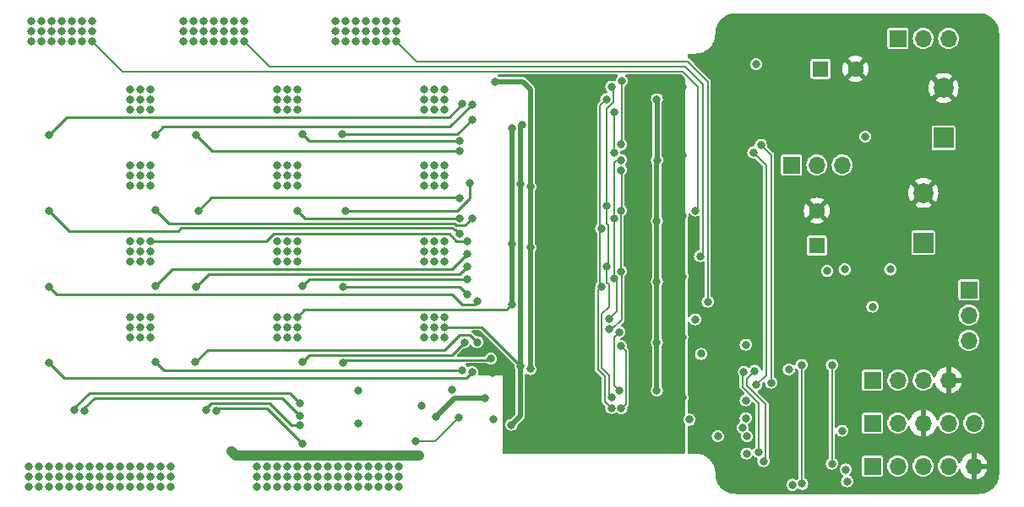
<source format=gbr>
%TF.GenerationSoftware,KiCad,Pcbnew,6.0.4-1.fc35*%
%TF.CreationDate,2022-04-18T17:29:02+01:00*%
%TF.ProjectId,esc,6573632e-6b69-4636-9164-5f7063625858,rev?*%
%TF.SameCoordinates,Original*%
%TF.FileFunction,Copper,L2,Inr*%
%TF.FilePolarity,Positive*%
%FSLAX46Y46*%
G04 Gerber Fmt 4.6, Leading zero omitted, Abs format (unit mm)*
G04 Created by KiCad (PCBNEW 6.0.4-1.fc35) date 2022-04-18 17:29:02*
%MOMM*%
%LPD*%
G01*
G04 APERTURE LIST*
%TA.AperFunction,ComponentPad*%
%ADD10O,1.700000X1.700000*%
%TD*%
%TA.AperFunction,ComponentPad*%
%ADD11R,1.700000X1.700000*%
%TD*%
%TA.AperFunction,ComponentPad*%
%ADD12R,1.600000X1.600000*%
%TD*%
%TA.AperFunction,ComponentPad*%
%ADD13C,1.600000*%
%TD*%
%TA.AperFunction,ComponentPad*%
%ADD14R,2.000000X2.000000*%
%TD*%
%TA.AperFunction,ComponentPad*%
%ADD15C,2.000000*%
%TD*%
%TA.AperFunction,ViaPad*%
%ADD16C,0.800000*%
%TD*%
%TA.AperFunction,Conductor*%
%ADD17C,0.200000*%
%TD*%
%TA.AperFunction,Conductor*%
%ADD18C,0.250000*%
%TD*%
%TA.AperFunction,Conductor*%
%ADD19C,0.508000*%
%TD*%
%TA.AperFunction,Conductor*%
%ADD20C,0.254000*%
%TD*%
%TA.AperFunction,Conductor*%
%ADD21C,1.000000*%
%TD*%
G04 APERTURE END LIST*
D10*
%TO.N,/Supplies/VIN*%
%TO.C,SW3*%
X194579000Y-33528000D03*
%TO.N,+12V*%
X192039000Y-33528000D03*
D11*
%TO.N,Net-(C22-Pad1)*%
X189499000Y-33528000D03*
%TD*%
%TO.N,/LV_SUPPLY*%
%TO.C,SW1*%
X196611000Y-58759385D03*
D10*
%TO.N,/Supplies/VIN*%
X196611000Y-61299385D03*
%TO.N,VDD*%
X196611000Y-63839385D03*
%TD*%
D12*
%TO.N,Net-(C22-Pad1)*%
%TO.C,C22*%
X181750349Y-36591000D03*
D13*
%TO.N,GND*%
X185250349Y-36591000D03*
%TD*%
D11*
%TO.N,/SPI_CLK*%
%TO.C,J4*%
X186944000Y-76454000D03*
D10*
%TO.N,/SPI_MISO*%
X189484000Y-76454000D03*
%TO.N,/SPI_MOSI*%
X192024000Y-76454000D03*
%TO.N,/SPI_SS*%
X194564000Y-76454000D03*
%TO.N,GND*%
X197104000Y-76454000D03*
%TD*%
D11*
%TO.N,/~{MCLR}*%
%TO.C,J3*%
X186944000Y-72136000D03*
D10*
%TO.N,+3V3*%
X189484000Y-72136000D03*
%TO.N,GND*%
X192024000Y-72136000D03*
%TO.N,/PGD1*%
X194564000Y-72136000D03*
%TO.N,/PGC1*%
X197104000Y-72136000D03*
%TD*%
D14*
%TO.N,+5V*%
%TO.C,C17*%
X194071000Y-43515677D03*
D15*
%TO.N,GND*%
X194071000Y-38515677D03*
%TD*%
D12*
%TO.N,Net-(C16-Pad1)*%
%TO.C,C16*%
X181371000Y-54331036D03*
D13*
%TO.N,GND*%
X181371000Y-50831036D03*
%TD*%
D11*
%TO.N,Net-(C16-Pad1)*%
%TO.C,SW2*%
X178831000Y-46228000D03*
D10*
%TO.N,+5V*%
X181371000Y-46228000D03*
%TO.N,/Supplies/VIN*%
X183911000Y-46228000D03*
%TD*%
D11*
%TO.N,/QEI_A{slash}HALL_A{slash}GPIO0*%
%TO.C,J5*%
X186954000Y-67818000D03*
D10*
%TO.N,/QEI_B{slash}HALL_B{slash}GPIO1*%
X189494000Y-67818000D03*
%TO.N,/HOME{slash}HALL_C{slash}GPIO2*%
X192034000Y-67818000D03*
%TO.N,GND*%
X194574000Y-67818000D03*
%TD*%
D14*
%TO.N,/Supplies/VIN*%
%TO.C,C14*%
X192039000Y-54030062D03*
D15*
%TO.N,GND*%
X192039000Y-49030062D03*
%TD*%
D16*
%TO.N,GND*%
X170180000Y-73406000D03*
%TO.N,/Phases/A_HIN*%
X174244000Y-69850000D03*
%TO.N,Net-(D4-Pad2)*%
X115107440Y-65965088D03*
X145796000Y-66802000D03*
%TO.N,VDD*%
X137414000Y-78486000D03*
X135382000Y-77470000D03*
X184404000Y-77978000D03*
X133350000Y-77470000D03*
X135382000Y-76454000D03*
X134366000Y-78486000D03*
X125222000Y-77470000D03*
X132334000Y-77470000D03*
X126238000Y-77470000D03*
X136398000Y-78486000D03*
X138430000Y-78486000D03*
X127254000Y-77470000D03*
X126238000Y-76454000D03*
X128270000Y-78486000D03*
X135382000Y-78486000D03*
X133350000Y-78486000D03*
X138430000Y-76454000D03*
X130302000Y-76454000D03*
X136398000Y-77470000D03*
X137414000Y-76454000D03*
X125222000Y-76454000D03*
X130302000Y-78486000D03*
X139446000Y-77470000D03*
X126238000Y-78486000D03*
X130302000Y-77470000D03*
X134366000Y-77470000D03*
X139446000Y-76454000D03*
X129286000Y-76454000D03*
X128270000Y-76454000D03*
X127254000Y-76454000D03*
X132334000Y-76454000D03*
X131318000Y-76454000D03*
X131318000Y-77470000D03*
X129286000Y-78486000D03*
X131318000Y-78486000D03*
X134366000Y-76454000D03*
X128270000Y-77470000D03*
X133350000Y-76454000D03*
X136398000Y-76454000D03*
X138430000Y-77470000D03*
X139446000Y-78486000D03*
X125222000Y-78486000D03*
X137414000Y-77470000D03*
X132334000Y-78486000D03*
X127254000Y-78486000D03*
X129286000Y-77470000D03*
%TO.N,/Phases/PHASE_A*%
X114554000Y-54864000D03*
X103632000Y-31750000D03*
X102616000Y-33782000D03*
X114554000Y-55880000D03*
X114554000Y-47244000D03*
X106680000Y-32766000D03*
X146304000Y-53848000D03*
X103632000Y-32766000D03*
X113538000Y-38608000D03*
X112522000Y-55880000D03*
X107696000Y-32766000D03*
X104648000Y-32766000D03*
X112522000Y-53848000D03*
X106680000Y-31750000D03*
X114554000Y-62484000D03*
X105664000Y-33782000D03*
X105664000Y-32766000D03*
X106680000Y-33782000D03*
X114554000Y-40640000D03*
X113538000Y-39624000D03*
X112522000Y-54864000D03*
X114554000Y-46228000D03*
X113538000Y-53848000D03*
X103632000Y-33782000D03*
X114554000Y-38608000D03*
X112522000Y-61468000D03*
X152654000Y-48422500D03*
X108712000Y-31750000D03*
X113538000Y-40640000D03*
X152654000Y-54518500D03*
X114554000Y-48260000D03*
X114554000Y-53848000D03*
X104648000Y-33782000D03*
X112522000Y-62484000D03*
X149098000Y-37846000D03*
X113538000Y-63500000D03*
X113538000Y-62484000D03*
X114554000Y-63500000D03*
X113538000Y-47244000D03*
X113538000Y-54864000D03*
X112522000Y-47244000D03*
X113538000Y-61468000D03*
X114554000Y-61468000D03*
X112522000Y-63500000D03*
X112522000Y-46228000D03*
X102616000Y-31750000D03*
X107696000Y-31750000D03*
X169226500Y-50800000D03*
X108712000Y-33782000D03*
X107696000Y-33782000D03*
X113538000Y-55880000D03*
X112522000Y-38608000D03*
X108712000Y-32766000D03*
X102616000Y-32766000D03*
X113538000Y-46228000D03*
X112522000Y-39624000D03*
X114554000Y-39624000D03*
X112522000Y-40640000D03*
X152654000Y-66710500D03*
X104648000Y-31750000D03*
X105664000Y-31750000D03*
X113538000Y-48260000D03*
X112522000Y-48260000D03*
%TO.N,Net-(D5-Pad2)*%
X146816299Y-67018500D03*
X104394000Y-66040000D03*
%TO.N,/Phases/Phase A/BRIDGE_LOW*%
X129540000Y-70104000D03*
X107000609Y-70849859D03*
%TO.N,Net-(D7-Pad2)*%
X146304000Y-55118000D03*
X115107440Y-58345088D03*
%TO.N,Net-(D8-Pad2)*%
X147324299Y-59939701D03*
X104394000Y-58420000D03*
%TO.N,Net-(D10-Pad2)*%
X146812000Y-51562000D03*
X115107440Y-50725088D03*
%TO.N,Net-(D11-Pad2)*%
X104394000Y-50800000D03*
X145542000Y-53086000D03*
%TO.N,Net-(D13-Pad2)*%
X146812000Y-40132000D03*
X115062000Y-43180000D03*
%TO.N,Net-(D14-Pad2)*%
X104394000Y-43180000D03*
X145791701Y-40127701D03*
%TO.N,Net-(D16-Pad2)*%
X129286000Y-50800000D03*
X145542000Y-51562000D03*
%TO.N,/Phases/PHASE_B*%
X121920000Y-33782000D03*
X127254000Y-40640000D03*
X129286000Y-40640000D03*
X129286000Y-48260000D03*
X128270000Y-40640000D03*
X129286000Y-62484000D03*
X129286000Y-46228000D03*
X127254000Y-61468000D03*
X123952000Y-31750000D03*
X127254000Y-62484000D03*
X117856000Y-32766000D03*
X128270000Y-55880000D03*
X150832042Y-42501632D03*
X128270000Y-39624000D03*
X129286000Y-38608000D03*
X120904000Y-32766000D03*
X127254000Y-39624000D03*
X169672000Y-55372000D03*
X119888000Y-32766000D03*
X118872000Y-31750000D03*
X128270000Y-48260000D03*
X127254000Y-53848000D03*
X128270000Y-61468000D03*
X123952000Y-33782000D03*
X128270000Y-62484000D03*
X118872000Y-32766000D03*
X128270000Y-63500000D03*
X120904000Y-31750000D03*
X129286000Y-61468000D03*
X119888000Y-31750000D03*
X129286000Y-39624000D03*
X117856000Y-33782000D03*
X120904000Y-33782000D03*
X121920000Y-32766000D03*
X119888000Y-33782000D03*
X150798250Y-60198000D03*
X150798250Y-54102000D03*
X129286000Y-55880000D03*
X123952000Y-32766000D03*
X122936000Y-31750000D03*
X128270000Y-46228000D03*
X122936000Y-33782000D03*
X128270000Y-38608000D03*
X127254000Y-38608000D03*
X128270000Y-47244000D03*
X121920000Y-31750000D03*
X127254000Y-46228000D03*
X129286000Y-47244000D03*
X127254000Y-55880000D03*
X129286000Y-63500000D03*
X129286000Y-53848000D03*
X129286000Y-54864000D03*
X118872000Y-33782000D03*
X127254000Y-54864000D03*
X127254000Y-63500000D03*
X127254000Y-47244000D03*
X122936000Y-32766000D03*
X128270000Y-53848000D03*
X127254000Y-48260000D03*
X117856000Y-31750000D03*
X128270000Y-54864000D03*
%TO.N,Net-(D17-Pad2)*%
X119380000Y-50800000D03*
X145542000Y-49530000D03*
%TO.N,/Phases/Phase B/BRIDGE_LOW*%
X129614595Y-72370713D03*
X120136286Y-70860286D03*
%TO.N,Net-(D19-Pad2)*%
X129810524Y-58361368D03*
X146304000Y-57658000D03*
%TO.N,Net-(D20-Pad2)*%
X119126000Y-58420000D03*
X146304000Y-56388000D03*
%TO.N,Net-(D22-Pad2)*%
X129810524Y-65981368D03*
X146050000Y-64008000D03*
%TO.N,Net-(D23-Pad2)*%
X119109476Y-65981368D03*
X147320000Y-64008000D03*
%TO.N,Net-(D25-Pad2)*%
X129810524Y-43121368D03*
X145542000Y-43845868D03*
%TO.N,Net-(D26-Pad2)*%
X119126000Y-43180000D03*
X145542000Y-44845371D03*
%TO.N,/Phases/PHASE_C*%
X141986000Y-40640000D03*
X143002000Y-40640000D03*
X144018000Y-53848000D03*
X141986000Y-39624000D03*
X144018000Y-62484000D03*
X144018000Y-61468000D03*
X137160000Y-33782000D03*
X141986000Y-48260000D03*
X143002000Y-61468000D03*
X133096000Y-31750000D03*
X138176000Y-33782000D03*
X141986000Y-46228000D03*
X134112000Y-33782000D03*
X141986000Y-47244000D03*
X136144000Y-33782000D03*
X143002000Y-39624000D03*
X133096000Y-33782000D03*
X139192000Y-31750000D03*
X135128000Y-32766000D03*
X143002000Y-53848000D03*
X141986000Y-55880000D03*
X137160000Y-32766000D03*
X144018000Y-46228000D03*
X141986000Y-54864000D03*
X143002000Y-55880000D03*
X144018000Y-55880000D03*
X141986000Y-38608000D03*
X144018000Y-38608000D03*
X141986000Y-62484000D03*
X144018000Y-40640000D03*
X143002000Y-48260000D03*
X141986000Y-61468000D03*
X139192000Y-32766000D03*
X144018000Y-47244000D03*
X170434000Y-59944000D03*
X143002000Y-63500000D03*
X136144000Y-31750000D03*
X136144000Y-32766000D03*
X144018000Y-39624000D03*
X151800500Y-42164000D03*
X138176000Y-31750000D03*
X134112000Y-32766000D03*
X141986000Y-53848000D03*
X139192000Y-33782000D03*
X144018000Y-54864000D03*
X137160000Y-31750000D03*
X143002000Y-54864000D03*
X143002000Y-47244000D03*
X141986000Y-63500000D03*
X135128000Y-31750000D03*
X143002000Y-38608000D03*
X144018000Y-48260000D03*
X133096000Y-32766000D03*
X135128000Y-33782000D03*
X134112000Y-31750000D03*
X143002000Y-46228000D03*
X151651750Y-66385500D03*
X143002000Y-62484000D03*
X150772746Y-72306500D03*
X144018000Y-63500000D03*
X151708812Y-48097500D03*
X138176000Y-32766000D03*
%TO.N,Net-(D29-Pad2)*%
X133858000Y-66040000D03*
X148703622Y-65672378D03*
%TO.N,GNDPWR*%
X129794000Y-74168000D03*
X106426000Y-77470000D03*
X167894000Y-69533500D03*
X116586000Y-76454000D03*
X167894000Y-51308000D03*
X114554000Y-78486000D03*
X116586000Y-77470000D03*
X113538000Y-77470000D03*
X167894000Y-45212000D03*
X114554000Y-77470000D03*
X112522000Y-77470000D03*
X106426000Y-76454000D03*
X116586000Y-78486000D03*
X110490000Y-77470000D03*
X111506000Y-76454000D03*
X108458000Y-77470000D03*
X107442000Y-77470000D03*
X167894000Y-57404000D03*
X167894000Y-38354000D03*
X102362000Y-78486000D03*
X109474000Y-78486000D03*
X107996424Y-70935636D03*
X104394000Y-78486000D03*
X110490000Y-76454000D03*
X115570000Y-76454000D03*
X108458000Y-78486000D03*
X115570000Y-77470000D03*
X112522000Y-78486000D03*
X107442000Y-76454000D03*
X108458000Y-76454000D03*
X121158000Y-70866000D03*
X113538000Y-78486000D03*
X112522000Y-76454000D03*
X105410000Y-78486000D03*
X104394000Y-77470000D03*
X102362000Y-77470000D03*
X122682000Y-74930000D03*
X115570000Y-78486000D03*
X102362000Y-76454000D03*
X110490000Y-78486000D03*
X105410000Y-77470000D03*
X103378000Y-76454000D03*
X106426000Y-78486000D03*
X148888628Y-67121389D03*
X111506000Y-77470000D03*
X141478000Y-75376020D03*
X109474000Y-76454000D03*
X167894000Y-63500000D03*
X103378000Y-77470000D03*
X113538000Y-76454000D03*
X129540000Y-71374000D03*
X111506000Y-78486000D03*
X104394000Y-76454000D03*
X109474000Y-77470000D03*
X105410000Y-76454000D03*
X114554000Y-76454000D03*
X107442000Y-78486000D03*
X103378000Y-78486000D03*
%TO.N,Net-(D32-Pad2)*%
X133858000Y-58420000D03*
X146304000Y-59182000D03*
%TO.N,Net-(D35-Pad2)*%
X134112000Y-50800000D03*
X146558000Y-48006000D03*
%TO.N,Net-(D38-Pad2)*%
X133841476Y-43121368D03*
X146812000Y-41656000D03*
%TO.N,/Phases/A_CURRENT_SENSE*%
X174372231Y-73471534D03*
%TO.N,GND*%
X184658000Y-74930000D03*
X185166000Y-76329011D03*
X184658000Y-43688000D03*
%TO.N,+3V3*%
X183896000Y-72898000D03*
X184260965Y-76792209D03*
X178562000Y-66739500D03*
X174327500Y-75184000D03*
%TO.N,/Phases/B_CURRENT_SENSE*%
X178911516Y-78327516D03*
%TO.N,Net-(D1-Pad1)*%
X186944000Y-60452000D03*
%TO.N,Net-(R25-Pad2)*%
X184151533Y-56714941D03*
X188722000Y-56714885D03*
%TO.N,Net-(D2-Pad2)*%
X175275000Y-36123000D03*
%TO.N,Net-(L2-Pad1)*%
X186235480Y-43380520D03*
%TO.N,+3.3VA*%
X168606689Y-71792142D03*
X148082000Y-69596000D03*
X143182137Y-71484107D03*
%TO.N,GNDA*%
X174244000Y-64262000D03*
X144780000Y-68771000D03*
X145470589Y-71554830D03*
X135382000Y-72136000D03*
X141732000Y-70371000D03*
X135382000Y-68834000D03*
X171450000Y-73468500D03*
X148945542Y-71790458D03*
X141211000Y-73927000D03*
%TO.N,/Phases/A_VOLTAGE_SENSE*%
X175530356Y-75026180D03*
X174062570Y-66980796D03*
%TO.N,/Phases/B_VOLTAGE_SENSE*%
X175144413Y-66888196D03*
X176022000Y-75946000D03*
%TO.N,/Phases/C_VOLTAGE_SENSE*%
X179832000Y-66294000D03*
X179905680Y-78224354D03*
%TO.N,Net-(C16-Pad1)*%
X182387000Y-56881000D03*
%TO.N,+12V*%
X165341000Y-51816000D03*
X165341000Y-57912000D03*
X165341000Y-68841255D03*
X165341000Y-64008000D03*
X165341000Y-39624000D03*
X165354000Y-45720000D03*
%TO.N,/~{MCLR}*%
X173927930Y-72576211D03*
%TO.N,/Phases/A_HIN*%
X160336500Y-56388000D03*
X160336500Y-50292000D03*
X160837245Y-69540755D03*
X160782000Y-38354000D03*
%TO.N,/Phases/~{A_LIN}*%
X160782000Y-70612000D03*
X160274000Y-39624000D03*
X159766000Y-52578000D03*
X159766000Y-58420000D03*
X174244000Y-71628000D03*
%TO.N,/Phases/B_HIN*%
X160528000Y-61694980D03*
X161075399Y-57652614D03*
X161728500Y-45720000D03*
X161029000Y-51562000D03*
X169164000Y-61722000D03*
%TO.N,/Phases/~{B_LIN}*%
X160590415Y-62692531D03*
X161735500Y-46736000D03*
X161728500Y-56896000D03*
X169761249Y-65188751D03*
X161728500Y-50800000D03*
%TO.N,/Phases/C_HIN*%
X161781953Y-70658975D03*
X175298803Y-68287197D03*
X161036000Y-40894000D03*
X175006000Y-44958000D03*
X161735500Y-64407867D03*
X161036000Y-44958000D03*
%TO.N,/Phases/~{C_LIN}*%
X161544000Y-68834000D03*
X161544000Y-62992000D03*
X175764525Y-44199475D03*
X176784000Y-68072000D03*
X161768330Y-44185921D03*
X161819132Y-37781500D03*
%TO.N,/HOME{slash}HALL_C{slash}GPIO2*%
X182880000Y-66294000D03*
X182880000Y-76200000D03*
%TD*%
D17*
%TO.N,/Phases/B_VOLTAGE_SENSE*%
X174331395Y-67701214D02*
X174331395Y-68356401D01*
X175144413Y-66888196D02*
X174331395Y-67701214D01*
X174331395Y-68356401D02*
X176229857Y-70254863D01*
X176229857Y-70254863D02*
X176229857Y-75738143D01*
X176229857Y-75738143D02*
X176022000Y-75946000D01*
%TO.N,/Phases/A_VOLTAGE_SENSE*%
X173931876Y-68521876D02*
X173931876Y-67111490D01*
X175530356Y-75026180D02*
X175530356Y-70120356D01*
X175530356Y-70120356D02*
X173931876Y-68521876D01*
X173931876Y-67111490D02*
X174062570Y-66980796D01*
%TO.N,/Phases/C_HIN*%
X175006000Y-44958000D02*
X176276000Y-46228000D01*
X176276000Y-46228000D02*
X176276000Y-67310000D01*
X176276000Y-67310000D02*
X175298803Y-68287197D01*
%TO.N,/Phases/C_VOLTAGE_SENSE*%
X179832000Y-66294000D02*
X179832000Y-78150674D01*
X179832000Y-78150674D02*
X179905680Y-78224354D01*
D18*
%TO.N,Net-(D4-Pad2)*%
X115107440Y-65965088D02*
X115944352Y-66802000D01*
X115944352Y-66802000D02*
X145796000Y-66802000D01*
D17*
%TO.N,/Phases/PHASE_A*%
X111760000Y-36830000D02*
X167894000Y-36830000D01*
X169418000Y-50608500D02*
X169226500Y-50800000D01*
D19*
X152654000Y-38608000D02*
X151892000Y-37846000D01*
D20*
X126953068Y-53121489D02*
X144550046Y-53121489D01*
D19*
X152654000Y-66710500D02*
X152654000Y-54518500D01*
D17*
X167894000Y-36830000D02*
X169418000Y-38354000D01*
X108712000Y-33782000D02*
X111760000Y-36830000D01*
D20*
X145276557Y-53848000D02*
X146304000Y-53848000D01*
X144550046Y-53121489D02*
X145276557Y-53848000D01*
X114554000Y-53848000D02*
X126226557Y-53848000D01*
D19*
X152654000Y-54518500D02*
X152654000Y-48422500D01*
X151892000Y-37846000D02*
X149098000Y-37846000D01*
D17*
X169418000Y-39624000D02*
X169418000Y-50608500D01*
X169418000Y-38354000D02*
X169418000Y-39624000D01*
D19*
X152654000Y-50708500D02*
X152654000Y-38608000D01*
D20*
X126226557Y-53848000D02*
X126953068Y-53121489D01*
D18*
%TO.N,Net-(D5-Pad2)*%
X146816299Y-67018500D02*
X146270799Y-67564000D01*
X146270799Y-67564000D02*
X105918000Y-67564000D01*
X105918000Y-67564000D02*
X104394000Y-66040000D01*
%TO.N,/Phases/Phase A/BRIDGE_LOW*%
X108466614Y-69088000D02*
X128524000Y-69088000D01*
X107000609Y-70849859D02*
X107000609Y-70554005D01*
X107000609Y-70554005D02*
X108466614Y-69088000D01*
X128524000Y-69088000D02*
X129540000Y-70104000D01*
%TO.N,Net-(D7-Pad2)*%
X146304000Y-55118000D02*
X144780000Y-56642000D01*
X116810528Y-56642000D02*
X115107440Y-58345088D01*
X144780000Y-56642000D02*
X116810528Y-56642000D01*
%TO.N,Net-(D8-Pad2)*%
X145796000Y-60198000D02*
X147066000Y-60198000D01*
X140462000Y-59182000D02*
X144780000Y-59182000D01*
X105156000Y-59182000D02*
X140462000Y-59182000D01*
X144780000Y-59182000D02*
X145796000Y-60198000D01*
X104394000Y-58420000D02*
X105156000Y-59182000D01*
X147066000Y-60198000D02*
X147324299Y-59939701D01*
%TO.N,Net-(D10-Pad2)*%
X115107440Y-50725088D02*
X116452352Y-52070000D01*
X145241897Y-52286511D02*
X146087489Y-52286511D01*
X116452352Y-52070000D02*
X145025386Y-52070000D01*
X146087489Y-52286511D02*
X146812000Y-51562000D01*
X145025386Y-52070000D02*
X145241897Y-52286511D01*
%TO.N,Net-(D11-Pad2)*%
X117660480Y-52519520D02*
X144839188Y-52519520D01*
X144839188Y-52519520D02*
X145055699Y-52736031D01*
X145192031Y-52736031D02*
X145542000Y-53086000D01*
X117348000Y-52832000D02*
X117660480Y-52519520D01*
X145055699Y-52736031D02*
X145192031Y-52736031D01*
X104394000Y-50800000D02*
X106426000Y-52832000D01*
X106426000Y-52832000D02*
X117348000Y-52832000D01*
%TO.N,Net-(D13-Pad2)*%
X144547143Y-42396857D02*
X115845143Y-42396857D01*
X146812000Y-40132000D02*
X144547143Y-42396857D01*
X115845143Y-42396857D02*
X115062000Y-43180000D01*
%TO.N,Net-(D14-Pad2)*%
X145791701Y-40127701D02*
X144517402Y-41402000D01*
X106172000Y-41402000D02*
X104394000Y-43180000D01*
X144517402Y-41402000D02*
X106172000Y-41402000D01*
%TO.N,Net-(D16-Pad2)*%
X130048000Y-51562000D02*
X145542000Y-51562000D01*
X129286000Y-50800000D02*
X130048000Y-51562000D01*
D17*
%TO.N,/Phases/PHASE_B*%
X126492000Y-36322000D02*
X168148000Y-36322000D01*
X169926000Y-38100000D02*
X169926000Y-55118000D01*
D19*
X150798250Y-54102000D02*
X150798250Y-60198000D01*
D20*
X129286000Y-61468000D02*
X130012511Y-60741489D01*
D17*
X123952000Y-33782000D02*
X126492000Y-36322000D01*
D19*
X150832042Y-42501632D02*
X150832042Y-54068208D01*
D17*
X168148000Y-36322000D02*
X169926000Y-38100000D01*
D20*
X150254761Y-60741489D02*
X150798250Y-60198000D01*
D19*
X150832042Y-54068208D02*
X150798250Y-54102000D01*
D20*
X130012511Y-60741489D02*
X150254761Y-60741489D01*
D17*
X169926000Y-55118000D02*
X169672000Y-55372000D01*
D18*
%TO.N,Net-(D17-Pad2)*%
X145542000Y-49530000D02*
X145537701Y-49525701D01*
X145537701Y-49525701D02*
X120654299Y-49525701D01*
X120654299Y-49525701D02*
X119380000Y-50800000D01*
D20*
%TO.N,/Phases/Phase B/BRIDGE_LOW*%
X120136286Y-70860286D02*
X120136286Y-70617714D01*
X128758713Y-72370713D02*
X129614595Y-72370713D01*
X125476000Y-70104000D02*
X126492000Y-70104000D01*
X120136286Y-70617714D02*
X120650000Y-70104000D01*
X120650000Y-70104000D02*
X125476000Y-70104000D01*
X126492000Y-70104000D02*
X128524000Y-72136000D01*
X128524000Y-72136000D02*
X128758713Y-72370713D01*
D18*
%TO.N,Net-(D19-Pad2)*%
X129810524Y-58361368D02*
X130513892Y-57658000D01*
X130513892Y-57658000D02*
X146304000Y-57658000D01*
%TO.N,Net-(D20-Pad2)*%
X120396000Y-57150000D02*
X145288000Y-57150000D01*
X145542000Y-57150000D02*
X146304000Y-56388000D01*
X119126000Y-58420000D02*
X120396000Y-57150000D01*
X145288000Y-57150000D02*
X145542000Y-57150000D01*
%TO.N,Net-(D22-Pad2)*%
X130513892Y-65278000D02*
X144780000Y-65278000D01*
X129810524Y-65981368D02*
X130513892Y-65278000D01*
X144780000Y-65278000D02*
X146050000Y-64008000D01*
%TO.N,Net-(D23-Pad2)*%
X144018000Y-64770000D02*
X145542000Y-63246000D01*
X119109476Y-65981368D02*
X120320844Y-64770000D01*
X146558000Y-63246000D02*
X147320000Y-64008000D01*
X120320844Y-64770000D02*
X144018000Y-64770000D01*
X145542000Y-63246000D02*
X146558000Y-63246000D01*
%TO.N,Net-(D25-Pad2)*%
X130535024Y-43845868D02*
X145542000Y-43845868D01*
X129810524Y-43121368D02*
X130535024Y-43845868D01*
%TO.N,Net-(D26-Pad2)*%
X120791371Y-44845371D02*
X145542000Y-44845371D01*
X119126000Y-43180000D02*
X120791371Y-44845371D01*
D19*
%TO.N,/Phases/PHASE_C*%
X150772746Y-72306500D02*
X151651750Y-71427496D01*
D17*
X168402000Y-35814000D02*
X170434000Y-37846000D01*
X139192000Y-33782000D02*
X141224000Y-35814000D01*
D19*
X151708812Y-48097500D02*
X151708812Y-42255688D01*
X151651750Y-71427496D02*
X151651750Y-66385500D01*
D17*
X170434000Y-37846000D02*
X170434000Y-59944000D01*
D19*
X151651750Y-66385500D02*
X151651750Y-48154562D01*
X151651750Y-48154562D02*
X151708812Y-48097500D01*
D17*
X141224000Y-35814000D02*
X168402000Y-35814000D01*
D20*
X147750250Y-62484000D02*
X144018000Y-62484000D01*
X151651750Y-66385500D02*
X147750250Y-62484000D01*
D19*
X151708812Y-42255688D02*
X151800500Y-42164000D01*
D18*
%TO.N,Net-(D29-Pad2)*%
X148590000Y-65786000D02*
X148703622Y-65672378D01*
X133858000Y-66040000D02*
X134112000Y-65786000D01*
X134112000Y-65786000D02*
X148590000Y-65786000D01*
%TO.N,GNDPWR*%
X127762000Y-69596000D02*
X129540000Y-71374000D01*
D21*
X123106489Y-75354489D02*
X122682000Y-74930000D01*
X141478000Y-75376020D02*
X141456469Y-75354489D01*
D18*
X107996424Y-70574190D02*
X108974614Y-69596000D01*
X108974614Y-69596000D02*
X127762000Y-69596000D01*
D20*
X121158000Y-70866000D02*
X121374500Y-70649500D01*
X121374500Y-70649500D02*
X126275500Y-70649500D01*
D18*
X107996424Y-70935636D02*
X107996424Y-70574190D01*
D21*
X141456469Y-75354489D02*
X123106489Y-75354489D01*
D20*
X126275500Y-70649500D02*
X129794000Y-74168000D01*
D18*
%TO.N,Net-(D32-Pad2)*%
X146304000Y-59182000D02*
X145542000Y-58420000D01*
X145542000Y-58420000D02*
X133858000Y-58420000D01*
%TO.N,Net-(D35-Pad2)*%
X146558000Y-49538614D02*
X145296614Y-50800000D01*
X146558000Y-48006000D02*
X146558000Y-49538614D01*
X145296614Y-50800000D02*
X134112000Y-50800000D01*
%TO.N,Net-(D38-Pad2)*%
X145346632Y-43121368D02*
X133841476Y-43121368D01*
X146812000Y-41656000D02*
X145346632Y-43121368D01*
D19*
%TO.N,+3.3VA*%
X145070244Y-69596000D02*
X148082000Y-69596000D01*
X143182137Y-71484107D02*
X145070244Y-69596000D01*
D17*
%TO.N,GNDA*%
X141211000Y-73927000D02*
X143098419Y-73927000D01*
X143098419Y-73927000D02*
X145470589Y-71554830D01*
D19*
%TO.N,+12V*%
X165341000Y-51816000D02*
X165341000Y-45733000D01*
X165341000Y-64008000D02*
X165341000Y-57912000D01*
X165341000Y-68841255D02*
X165341000Y-64008000D01*
X165341000Y-45733000D02*
X165354000Y-45720000D01*
X165354000Y-39637000D02*
X165341000Y-39624000D01*
X165354000Y-45720000D02*
X165354000Y-39637000D01*
X165341000Y-57912000D02*
X165341000Y-51816000D01*
D17*
%TO.N,/Phases/A_HIN*%
X160973511Y-39940489D02*
X160336500Y-40577500D01*
X160973511Y-38545511D02*
X160973511Y-39940489D01*
X160336500Y-58001241D02*
X160528000Y-58192741D01*
X160528000Y-58192741D02*
X160528000Y-60452000D01*
X160528000Y-69231510D02*
X160837245Y-69540755D01*
X160329489Y-50299011D02*
X160329489Y-52152230D01*
X159828489Y-66610489D02*
X160528000Y-67310000D01*
X160465511Y-56258989D02*
X160336500Y-56388000D01*
X160782000Y-38354000D02*
X160973511Y-38545511D01*
X160528000Y-60452000D02*
X159828489Y-61151511D01*
X160329489Y-52152230D02*
X160465511Y-52288252D01*
X159828489Y-61151511D02*
X159828489Y-66610489D01*
X160528000Y-67310000D02*
X160528000Y-69231510D01*
X160336500Y-40577500D02*
X160336500Y-50292000D01*
X160336500Y-50292000D02*
X160329489Y-50299011D01*
X160336500Y-56388000D02*
X160336500Y-58001241D01*
X160465511Y-52288252D02*
X160465511Y-56258989D01*
%TO.N,/Phases/~{A_LIN}*%
X159428969Y-66775975D02*
X159428969Y-58757031D01*
X159766000Y-58420000D02*
X159636989Y-58290989D01*
X159766000Y-52578000D02*
X159636989Y-52448989D01*
X160105883Y-69935883D02*
X160105883Y-67452889D01*
X160105883Y-67452889D02*
X159428969Y-66775975D01*
X159636989Y-52448989D02*
X159636989Y-40261011D01*
X159428969Y-58757031D02*
X159766000Y-58420000D01*
X160782000Y-70612000D02*
X160105883Y-69935883D01*
X159636989Y-52707011D02*
X159766000Y-52578000D01*
X159636989Y-40261011D02*
X160274000Y-39624000D01*
X159636989Y-58290989D02*
X159636989Y-52707011D01*
%TO.N,/Phases/B_HIN*%
X161290000Y-60932980D02*
X161290000Y-57867215D01*
X161028989Y-57606204D02*
X161028989Y-56606252D01*
X161036000Y-46016759D02*
X161036000Y-50503241D01*
X161028989Y-56606252D02*
X161036000Y-56599241D01*
X161290000Y-57867215D02*
X161075399Y-57652614D01*
X161332759Y-45720000D02*
X161036000Y-46016759D01*
X161036000Y-51555000D02*
X161029000Y-51562000D01*
X161028989Y-51089748D02*
X161036000Y-51096759D01*
X161036000Y-56599241D02*
X161036000Y-51569000D01*
X161028989Y-50510252D02*
X161028989Y-51089748D01*
X161036000Y-51096759D02*
X161036000Y-51555000D01*
X161075399Y-57652614D02*
X161028989Y-57606204D01*
X160528000Y-61694980D02*
X161290000Y-60932980D01*
X161036000Y-50503241D02*
X161028989Y-50510252D01*
X161036000Y-51569000D02*
X161029000Y-51562000D01*
X161728500Y-45720000D02*
X161332759Y-45720000D01*
%TO.N,/Phases/~{B_LIN}*%
X161728500Y-56896000D02*
X161728500Y-50800000D01*
X160854210Y-62692531D02*
X161798000Y-61748741D01*
X161798000Y-50730500D02*
X161728500Y-50800000D01*
X161798000Y-56965500D02*
X161728500Y-56896000D01*
X161798000Y-61748741D02*
X161798000Y-56965500D01*
X161735500Y-46736000D02*
X161798000Y-46798500D01*
X161798000Y-46798500D02*
X161798000Y-50730500D01*
X160590415Y-62692531D02*
X160854210Y-62692531D01*
%TO.N,/Phases/C_HIN*%
X162243511Y-70197417D02*
X161781953Y-70658975D01*
X161036000Y-40894000D02*
X161036000Y-44958000D01*
X162243511Y-64915878D02*
X162243511Y-70197417D01*
X161735500Y-64407867D02*
X162243511Y-64915878D01*
%TO.N,/Phases/~{C_LIN}*%
X161036000Y-68326000D02*
X161036000Y-63500000D01*
X161819132Y-44135119D02*
X161768330Y-44185921D01*
X176784000Y-45218950D02*
X175764525Y-44199475D01*
X176784000Y-68072000D02*
X176784000Y-45218950D01*
X161819132Y-37781500D02*
X161819132Y-44135119D01*
X161544000Y-68834000D02*
X161036000Y-68326000D01*
X161036000Y-63500000D02*
X161544000Y-62992000D01*
%TO.N,/HOME{slash}HALL_C{slash}GPIO2*%
X182880000Y-76200000D02*
X182880000Y-66294000D01*
%TD*%
%TA.AperFunction,Conductor*%
%TO.N,GND*%
G36*
X197616122Y-30989270D02*
G01*
X197778794Y-30999932D01*
X197779542Y-30999983D01*
X197873831Y-31006727D01*
X197889423Y-31008827D01*
X197979770Y-31026798D01*
X198033498Y-31037485D01*
X198035608Y-31037925D01*
X198088171Y-31049359D01*
X198146443Y-31062036D01*
X198160160Y-31065843D01*
X198295672Y-31111843D01*
X198299203Y-31113100D01*
X198355848Y-31134227D01*
X198408874Y-31154005D01*
X198420551Y-31159047D01*
X198547573Y-31221687D01*
X198552183Y-31224081D01*
X198597781Y-31248979D01*
X198656173Y-31280864D01*
X198665789Y-31286686D01*
X198782924Y-31364953D01*
X198788431Y-31368850D01*
X198883734Y-31440193D01*
X198891303Y-31446329D01*
X198997022Y-31539042D01*
X199003039Y-31544679D01*
X199087321Y-31628961D01*
X199092958Y-31634978D01*
X199185671Y-31740697D01*
X199191807Y-31748266D01*
X199263150Y-31843569D01*
X199267047Y-31849076D01*
X199345314Y-31966211D01*
X199351136Y-31975827D01*
X199407911Y-32079801D01*
X199410313Y-32084427D01*
X199472953Y-32211449D01*
X199477995Y-32223126D01*
X199497773Y-32276152D01*
X199518900Y-32332797D01*
X199520157Y-32336328D01*
X199566157Y-32471840D01*
X199569964Y-32485557D01*
X199582626Y-32543761D01*
X199594075Y-32596392D01*
X199594522Y-32598537D01*
X199623173Y-32742577D01*
X199625273Y-32758169D01*
X199632017Y-32852458D01*
X199632068Y-32853206D01*
X199642730Y-33015878D01*
X199643000Y-33024119D01*
X199643000Y-77211881D01*
X199642730Y-77220122D01*
X199632068Y-77382794D01*
X199632017Y-77383542D01*
X199625273Y-77477831D01*
X199623173Y-77493423D01*
X199594522Y-77637463D01*
X199594075Y-77639608D01*
X199593519Y-77642165D01*
X199569964Y-77750443D01*
X199566157Y-77764160D01*
X199520157Y-77899672D01*
X199518900Y-77903203D01*
X199509225Y-77929143D01*
X199477995Y-78012874D01*
X199472953Y-78024551D01*
X199410313Y-78151573D01*
X199407911Y-78156199D01*
X199351136Y-78260173D01*
X199345314Y-78269789D01*
X199267047Y-78386924D01*
X199263150Y-78392431D01*
X199191807Y-78487734D01*
X199185673Y-78495301D01*
X199164394Y-78519565D01*
X199092958Y-78601022D01*
X199087321Y-78607039D01*
X199003039Y-78691321D01*
X198997023Y-78696957D01*
X198934202Y-78752050D01*
X198891303Y-78789671D01*
X198883734Y-78795807D01*
X198788431Y-78867150D01*
X198782930Y-78871043D01*
X198720795Y-78912560D01*
X198665789Y-78949314D01*
X198656173Y-78955136D01*
X198597781Y-78987021D01*
X198552183Y-79011919D01*
X198547573Y-79014313D01*
X198420551Y-79076953D01*
X198408874Y-79081995D01*
X198355848Y-79101773D01*
X198299203Y-79122900D01*
X198295672Y-79124157D01*
X198160160Y-79170157D01*
X198146443Y-79173964D01*
X198088171Y-79186641D01*
X198035608Y-79198075D01*
X198033498Y-79198515D01*
X197979770Y-79209202D01*
X197889423Y-79227173D01*
X197873831Y-79229273D01*
X197779542Y-79236017D01*
X197778794Y-79236068D01*
X197616122Y-79246730D01*
X197607881Y-79247000D01*
X173232119Y-79247000D01*
X173223878Y-79246730D01*
X173061206Y-79236068D01*
X173060458Y-79236017D01*
X172966169Y-79229273D01*
X172950577Y-79227173D01*
X172860230Y-79209202D01*
X172806502Y-79198515D01*
X172804392Y-79198075D01*
X172751829Y-79186641D01*
X172693557Y-79173964D01*
X172679840Y-79170157D01*
X172544328Y-79124157D01*
X172540797Y-79122900D01*
X172484152Y-79101773D01*
X172431126Y-79081995D01*
X172419449Y-79076953D01*
X172292427Y-79014313D01*
X172287817Y-79011919D01*
X172242219Y-78987021D01*
X172183827Y-78955136D01*
X172174211Y-78949314D01*
X172119205Y-78912560D01*
X172057070Y-78871043D01*
X172051569Y-78867150D01*
X171956266Y-78795807D01*
X171948697Y-78789671D01*
X171905799Y-78752050D01*
X171842977Y-78696957D01*
X171836961Y-78691321D01*
X171752679Y-78607039D01*
X171747042Y-78601022D01*
X171675606Y-78519565D01*
X171654327Y-78495301D01*
X171648193Y-78487734D01*
X171576850Y-78392431D01*
X171572953Y-78386924D01*
X171494686Y-78269789D01*
X171488864Y-78260173D01*
X171432089Y-78156199D01*
X171429687Y-78151573D01*
X171367047Y-78024551D01*
X171362005Y-78012874D01*
X171330775Y-77929143D01*
X171321100Y-77903203D01*
X171319843Y-77899672D01*
X171273843Y-77764160D01*
X171270036Y-77750443D01*
X171246481Y-77642165D01*
X171245925Y-77639608D01*
X171245478Y-77637463D01*
X171216827Y-77493423D01*
X171214727Y-77477831D01*
X171207983Y-77383542D01*
X171207932Y-77382794D01*
X171198148Y-77233517D01*
X171199165Y-77216000D01*
X171201362Y-77216000D01*
X171188538Y-77020341D01*
X171184202Y-76954186D01*
X171184201Y-76954182D01*
X171183932Y-76950071D01*
X171171726Y-76888707D01*
X171132747Y-76692742D01*
X171132745Y-76692736D01*
X171131941Y-76688692D01*
X171129583Y-76681744D01*
X171078792Y-76532122D01*
X171046277Y-76436335D01*
X170928407Y-76197319D01*
X170926112Y-76193884D01*
X170782641Y-75979164D01*
X170782637Y-75979159D01*
X170780348Y-75975733D01*
X170777634Y-75972639D01*
X170777630Y-75972633D01*
X170607341Y-75778457D01*
X170604632Y-75775368D01*
X170535767Y-75714975D01*
X170407367Y-75602370D01*
X170407361Y-75602366D01*
X170404267Y-75599652D01*
X170400841Y-75597363D01*
X170400836Y-75597359D01*
X170186116Y-75453888D01*
X170186114Y-75453887D01*
X170182681Y-75451593D01*
X169957939Y-75340762D01*
X169947358Y-75335544D01*
X169947356Y-75335543D01*
X169943665Y-75333723D01*
X169831303Y-75295581D01*
X169695218Y-75249386D01*
X169695214Y-75249385D01*
X169691308Y-75248059D01*
X169687264Y-75247255D01*
X169687258Y-75247253D01*
X169433972Y-75196872D01*
X169433969Y-75196872D01*
X169429929Y-75196068D01*
X169425818Y-75195799D01*
X169425814Y-75195798D01*
X169229666Y-75182942D01*
X169164000Y-75178638D01*
X169164000Y-75181890D01*
X169153955Y-75183000D01*
X168528000Y-75183000D01*
X168459879Y-75162998D01*
X168413386Y-75109342D01*
X168402000Y-75057000D01*
X168402000Y-73468500D01*
X170844318Y-73468500D01*
X170864956Y-73625262D01*
X170925464Y-73771341D01*
X171021718Y-73896782D01*
X171147159Y-73993036D01*
X171293238Y-74053544D01*
X171301426Y-74054622D01*
X171324472Y-74057656D01*
X171450000Y-74074182D01*
X171458188Y-74073104D01*
X171598574Y-74054622D01*
X171606762Y-74053544D01*
X171752841Y-73993036D01*
X171878282Y-73896782D01*
X171974536Y-73771341D01*
X172035044Y-73625262D01*
X172055682Y-73468500D01*
X172035044Y-73311738D01*
X171974536Y-73165659D01*
X171906059Y-73076418D01*
X171883305Y-73046764D01*
X171878282Y-73040218D01*
X171752841Y-72943964D01*
X171606762Y-72883456D01*
X171450000Y-72862818D01*
X171293238Y-72883456D01*
X171147159Y-72943964D01*
X171021718Y-73040218D01*
X171016695Y-73046764D01*
X170993941Y-73076418D01*
X170925464Y-73165659D01*
X170864956Y-73311738D01*
X170844318Y-73468500D01*
X168402000Y-73468500D01*
X168402000Y-72576211D01*
X173322248Y-72576211D01*
X173342886Y-72732973D01*
X173403394Y-72879052D01*
X173499648Y-73004493D01*
X173506194Y-73009516D01*
X173513295Y-73014965D01*
X173625089Y-73100747D01*
X173697045Y-73130552D01*
X173722708Y-73141182D01*
X173777989Y-73185730D01*
X173800410Y-73253094D01*
X173792117Y-73299065D01*
X173792485Y-73299164D01*
X173791306Y-73303566D01*
X173790902Y-73305803D01*
X173787187Y-73314772D01*
X173766549Y-73471534D01*
X173787187Y-73628296D01*
X173847695Y-73774375D01*
X173943949Y-73899816D01*
X174069390Y-73996070D01*
X174215469Y-74056578D01*
X174372231Y-74077216D01*
X174380419Y-74076138D01*
X174395277Y-74074182D01*
X174528993Y-74056578D01*
X174675072Y-73996070D01*
X174800513Y-73899816D01*
X174896767Y-73774375D01*
X174957275Y-73628296D01*
X174977913Y-73471534D01*
X174957275Y-73314772D01*
X174896767Y-73168693D01*
X174800513Y-73043252D01*
X174675072Y-72946998D01*
X174577453Y-72906563D01*
X174522172Y-72862015D01*
X174499751Y-72794651D01*
X174508044Y-72748680D01*
X174507676Y-72748581D01*
X174508855Y-72744179D01*
X174509259Y-72741942D01*
X174509814Y-72740602D01*
X174512974Y-72732973D01*
X174533612Y-72576211D01*
X174512974Y-72419449D01*
X174504893Y-72399938D01*
X174471784Y-72320007D01*
X174464195Y-72249417D01*
X174495974Y-72185930D01*
X174532493Y-72160575D01*
X174532060Y-72159825D01*
X174539211Y-72155697D01*
X174546841Y-72152536D01*
X174672282Y-72056282D01*
X174768536Y-71930841D01*
X174829044Y-71784762D01*
X174830437Y-71774185D01*
X174848604Y-71636188D01*
X174849682Y-71628000D01*
X174829044Y-71471238D01*
X174768536Y-71325159D01*
X174672282Y-71199718D01*
X174665683Y-71194654D01*
X174620699Y-71160137D01*
X174546841Y-71103464D01*
X174400762Y-71042956D01*
X174244000Y-71022318D01*
X174087238Y-71042956D01*
X173941159Y-71103464D01*
X173867301Y-71160137D01*
X173822318Y-71194654D01*
X173815718Y-71199718D01*
X173719464Y-71325159D01*
X173658956Y-71471238D01*
X173638318Y-71628000D01*
X173639396Y-71636188D01*
X173657564Y-71774185D01*
X173658956Y-71784762D01*
X173662115Y-71792389D01*
X173662116Y-71792392D01*
X173700146Y-71884204D01*
X173707735Y-71954794D01*
X173675956Y-72018281D01*
X173639437Y-72043636D01*
X173639870Y-72044386D01*
X173632719Y-72048514D01*
X173625089Y-72051675D01*
X173499648Y-72147929D01*
X173403394Y-72273370D01*
X173342886Y-72419449D01*
X173322248Y-72576211D01*
X168402000Y-72576211D01*
X168402000Y-72514552D01*
X168422002Y-72446431D01*
X168475658Y-72399938D01*
X168544445Y-72389630D01*
X168598499Y-72396746D01*
X168598501Y-72396746D01*
X168606689Y-72397824D01*
X168614877Y-72396746D01*
X168755263Y-72378264D01*
X168763451Y-72377186D01*
X168909530Y-72316678D01*
X169034971Y-72220424D01*
X169131225Y-72094983D01*
X169191733Y-71948904D01*
X169212371Y-71792142D01*
X169191733Y-71635380D01*
X169131225Y-71489301D01*
X169034971Y-71363860D01*
X168909530Y-71267606D01*
X168763451Y-71207098D01*
X168606689Y-71186460D01*
X168598501Y-71187538D01*
X168598499Y-71187538D01*
X168544445Y-71194654D01*
X168474297Y-71183714D01*
X168421198Y-71136586D01*
X168402000Y-71069732D01*
X168402000Y-69896588D01*
X168417933Y-69837127D01*
X168418536Y-69836341D01*
X168479044Y-69690262D01*
X168499682Y-69533500D01*
X168489363Y-69455119D01*
X168480122Y-69384926D01*
X168479044Y-69376738D01*
X168436452Y-69273911D01*
X168421696Y-69238287D01*
X168421695Y-69238285D01*
X168418536Y-69230659D01*
X168417933Y-69229873D01*
X168402000Y-69170412D01*
X168402000Y-66980796D01*
X173456888Y-66980796D01*
X173477526Y-67137558D01*
X173538034Y-67283637D01*
X173543061Y-67290188D01*
X173605339Y-67371351D01*
X173630939Y-67437572D01*
X173631376Y-67448055D01*
X173631376Y-68469510D01*
X173631180Y-68472183D01*
X173629451Y-68477218D01*
X173629887Y-68488840D01*
X173629887Y-68488842D01*
X173631287Y-68526131D01*
X173631376Y-68530857D01*
X173631376Y-68549824D01*
X173632258Y-68554559D01*
X173632486Y-68558085D01*
X173633650Y-68589084D01*
X173638240Y-68599769D01*
X173639277Y-68604369D01*
X173642838Y-68616090D01*
X173644537Y-68620493D01*
X173646667Y-68631929D01*
X173652771Y-68641831D01*
X173659603Y-68652915D01*
X173668107Y-68669287D01*
X173674327Y-68683764D01*
X173674329Y-68683768D01*
X173677840Y-68691939D01*
X173681854Y-68696825D01*
X173684039Y-68699010D01*
X173686091Y-68701273D01*
X173685931Y-68701418D01*
X173693051Y-68710425D01*
X173699303Y-68717320D01*
X173705408Y-68727224D01*
X173727196Y-68743792D01*
X173740015Y-68754986D01*
X174068977Y-69083948D01*
X174103003Y-69146260D01*
X174097938Y-69217075D01*
X174055391Y-69273911D01*
X174028101Y-69289451D01*
X173941159Y-69325464D01*
X173815718Y-69421718D01*
X173719464Y-69547159D01*
X173658956Y-69693238D01*
X173638318Y-69850000D01*
X173658956Y-70006762D01*
X173719464Y-70152841D01*
X173746178Y-70187655D01*
X173809543Y-70270234D01*
X173815718Y-70278282D01*
X173941159Y-70374536D01*
X174087238Y-70435044D01*
X174244000Y-70455682D01*
X174252188Y-70454604D01*
X174392574Y-70436122D01*
X174400762Y-70435044D01*
X174546841Y-70374536D01*
X174672282Y-70278282D01*
X174678458Y-70270234D01*
X174741822Y-70187655D01*
X174768536Y-70152841D01*
X174804548Y-70065899D01*
X174849096Y-70010619D01*
X174916460Y-69988198D01*
X174985251Y-70005756D01*
X175010052Y-70025023D01*
X175192951Y-70207922D01*
X175226977Y-70270234D01*
X175229856Y-70297017D01*
X175229856Y-74437711D01*
X175209854Y-74505832D01*
X175180561Y-74537673D01*
X175102074Y-74597898D01*
X175005820Y-74723339D01*
X175002660Y-74730968D01*
X175002657Y-74730973D01*
X174992969Y-74754362D01*
X174948421Y-74809643D01*
X174881057Y-74832063D01*
X174812266Y-74814504D01*
X174776597Y-74782845D01*
X174760806Y-74762265D01*
X174760805Y-74762264D01*
X174755782Y-74755718D01*
X174630341Y-74659464D01*
X174484262Y-74598956D01*
X174327500Y-74578318D01*
X174170738Y-74598956D01*
X174024659Y-74659464D01*
X173899218Y-74755718D01*
X173802964Y-74881159D01*
X173742456Y-75027238D01*
X173721818Y-75184000D01*
X173742456Y-75340762D01*
X173802964Y-75486841D01*
X173842173Y-75537939D01*
X173890352Y-75600727D01*
X173899218Y-75612282D01*
X174024659Y-75708536D01*
X174170738Y-75769044D01*
X174327500Y-75789682D01*
X174335688Y-75788604D01*
X174476074Y-75770122D01*
X174484262Y-75769044D01*
X174630341Y-75708536D01*
X174755782Y-75612282D01*
X174764649Y-75600727D01*
X174812827Y-75537939D01*
X174852036Y-75486841D01*
X174855196Y-75479212D01*
X174855199Y-75479207D01*
X174864887Y-75455818D01*
X174909435Y-75400537D01*
X174976799Y-75378117D01*
X175045590Y-75395676D01*
X175081258Y-75427334D01*
X175102074Y-75454462D01*
X175227515Y-75550716D01*
X175340121Y-75597359D01*
X175373594Y-75611224D01*
X175372275Y-75614409D01*
X175419276Y-75643074D01*
X175450282Y-75706942D01*
X175442428Y-75776027D01*
X175436956Y-75789238D01*
X175416318Y-75946000D01*
X175417396Y-75954188D01*
X175435564Y-76092185D01*
X175436956Y-76102762D01*
X175497464Y-76248841D01*
X175593718Y-76374282D01*
X175719159Y-76470536D01*
X175865238Y-76531044D01*
X176022000Y-76551682D01*
X176030188Y-76550604D01*
X176170574Y-76532122D01*
X176178762Y-76531044D01*
X176324841Y-76470536D01*
X176450282Y-76374282D01*
X176546536Y-76248841D01*
X176607044Y-76102762D01*
X176608437Y-76092185D01*
X176626604Y-75954188D01*
X176627682Y-75946000D01*
X176607044Y-75789238D01*
X176546536Y-75643159D01*
X176546226Y-75642755D01*
X176530357Y-75583530D01*
X176530357Y-70307233D01*
X176530553Y-70304558D01*
X176532283Y-70299521D01*
X176530446Y-70250592D01*
X176530357Y-70245866D01*
X176530357Y-70226915D01*
X176529475Y-70222182D01*
X176529247Y-70218655D01*
X176528520Y-70199283D01*
X176528519Y-70199281D01*
X176528083Y-70187655D01*
X176523489Y-70176963D01*
X176522452Y-70172360D01*
X176518895Y-70160649D01*
X176517196Y-70156246D01*
X176515066Y-70144810D01*
X176502129Y-70123822D01*
X176493626Y-70107452D01*
X176487405Y-70092972D01*
X176487402Y-70092967D01*
X176483893Y-70084800D01*
X176479880Y-70079914D01*
X176477697Y-70077731D01*
X176475633Y-70075455D01*
X176475794Y-70075309D01*
X176468692Y-70066324D01*
X176462429Y-70059417D01*
X176456325Y-70049515D01*
X176434550Y-70032957D01*
X176421730Y-70021764D01*
X175459250Y-69059284D01*
X175425226Y-68996974D01*
X175430290Y-68926159D01*
X175472837Y-68869323D01*
X175500126Y-68853783D01*
X175601644Y-68811733D01*
X175727085Y-68715479D01*
X175823339Y-68590038D01*
X175883847Y-68443959D01*
X175904485Y-68287197D01*
X175891572Y-68189113D01*
X175902511Y-68118966D01*
X175927399Y-68083573D01*
X175969806Y-68041166D01*
X176032118Y-68007140D01*
X176102933Y-68012205D01*
X176159769Y-68054752D01*
X176183823Y-68113815D01*
X176198956Y-68228762D01*
X176259464Y-68374841D01*
X176355718Y-68500282D01*
X176481159Y-68596536D01*
X176627238Y-68657044D01*
X176784000Y-68677682D01*
X176792188Y-68676604D01*
X176932574Y-68658122D01*
X176940762Y-68657044D01*
X177086841Y-68596536D01*
X177212282Y-68500282D01*
X177308536Y-68374841D01*
X177369044Y-68228762D01*
X177389682Y-68072000D01*
X177369044Y-67915238D01*
X177308536Y-67769159D01*
X177212282Y-67643718D01*
X177133796Y-67583493D01*
X177091929Y-67526156D01*
X177084500Y-67483531D01*
X177084500Y-66739500D01*
X177956318Y-66739500D01*
X177976956Y-66896262D01*
X178037464Y-67042341D01*
X178133718Y-67167782D01*
X178259159Y-67264036D01*
X178405238Y-67324544D01*
X178562000Y-67345182D01*
X178570188Y-67344104D01*
X178710574Y-67325622D01*
X178718762Y-67324544D01*
X178864841Y-67264036D01*
X178990282Y-67167782D01*
X179086536Y-67042341D01*
X179147044Y-66896262D01*
X179154775Y-66837540D01*
X179164479Y-66763832D01*
X179193202Y-66698905D01*
X179252467Y-66659814D01*
X179323459Y-66658969D01*
X179383637Y-66696640D01*
X179389357Y-66703566D01*
X179403718Y-66722282D01*
X179464221Y-66768707D01*
X179482204Y-66782506D01*
X179524071Y-66839844D01*
X179531500Y-66882469D01*
X179531500Y-77692422D01*
X179511498Y-77760543D01*
X179489277Y-77784696D01*
X179489788Y-77785207D01*
X179483951Y-77791044D01*
X179477398Y-77796072D01*
X179472372Y-77802622D01*
X179472368Y-77802626D01*
X179453286Y-77827495D01*
X179395949Y-77869363D01*
X179325078Y-77873585D01*
X179276619Y-77850755D01*
X179220908Y-77808007D01*
X179214357Y-77802980D01*
X179068278Y-77742472D01*
X178911516Y-77721834D01*
X178754754Y-77742472D01*
X178608675Y-77802980D01*
X178483234Y-77899234D01*
X178478211Y-77905780D01*
X178466139Y-77921513D01*
X178386980Y-78024675D01*
X178326472Y-78170754D01*
X178305834Y-78327516D01*
X178326472Y-78484278D01*
X178386980Y-78630357D01*
X178483234Y-78755798D01*
X178608675Y-78852052D01*
X178754754Y-78912560D01*
X178911516Y-78933198D01*
X178919704Y-78932120D01*
X179060090Y-78913638D01*
X179068278Y-78912560D01*
X179214357Y-78852052D01*
X179339798Y-78755798D01*
X179344821Y-78749252D01*
X179344824Y-78749249D01*
X179363910Y-78724375D01*
X179421247Y-78682507D01*
X179492118Y-78678285D01*
X179540578Y-78701115D01*
X179602839Y-78748890D01*
X179748918Y-78809398D01*
X179905680Y-78830036D01*
X179913868Y-78828958D01*
X180054254Y-78810476D01*
X180062442Y-78809398D01*
X180208521Y-78748890D01*
X180333962Y-78652636D01*
X180346031Y-78636908D01*
X180425189Y-78533746D01*
X180430216Y-78527195D01*
X180490724Y-78381116D01*
X180511362Y-78224354D01*
X180490724Y-78067592D01*
X180430216Y-77921513D01*
X180358074Y-77827495D01*
X180338985Y-77802618D01*
X180333962Y-77796072D01*
X180319137Y-77784696D01*
X180287868Y-77760703D01*
X180208521Y-77699818D01*
X180200892Y-77696658D01*
X180195502Y-77693546D01*
X180146508Y-77642165D01*
X180132500Y-77584426D01*
X180132500Y-76200000D01*
X182274318Y-76200000D01*
X182294956Y-76356762D01*
X182355464Y-76502841D01*
X182451718Y-76628282D01*
X182577159Y-76724536D01*
X182723238Y-76785044D01*
X182731426Y-76786122D01*
X182777662Y-76792209D01*
X182880000Y-76805682D01*
X182888188Y-76804604D01*
X182982338Y-76792209D01*
X183655283Y-76792209D01*
X183675921Y-76948971D01*
X183736429Y-77095050D01*
X183832683Y-77220491D01*
X183958124Y-77316745D01*
X183965754Y-77319906D01*
X183972905Y-77324034D01*
X183972161Y-77325323D01*
X184020382Y-77364184D01*
X184042803Y-77431547D01*
X184025245Y-77500338D01*
X183993588Y-77536006D01*
X183975718Y-77549718D01*
X183970695Y-77556264D01*
X183957983Y-77572831D01*
X183879464Y-77675159D01*
X183818956Y-77821238D01*
X183798318Y-77978000D01*
X183818956Y-78134762D01*
X183879464Y-78280841D01*
X183884491Y-78287392D01*
X183956408Y-78381116D01*
X183975718Y-78406282D01*
X184101159Y-78502536D01*
X184247238Y-78563044D01*
X184404000Y-78583682D01*
X184412188Y-78582604D01*
X184552574Y-78564122D01*
X184560762Y-78563044D01*
X184706841Y-78502536D01*
X184832282Y-78406282D01*
X184851593Y-78381116D01*
X184923509Y-78287392D01*
X184928536Y-78280841D01*
X184989044Y-78134762D01*
X185009682Y-77978000D01*
X184989044Y-77821238D01*
X184928536Y-77675159D01*
X184850017Y-77572831D01*
X184837305Y-77556264D01*
X184832282Y-77549718D01*
X184706841Y-77453464D01*
X184699211Y-77450303D01*
X184692060Y-77446175D01*
X184692804Y-77444886D01*
X184644583Y-77406025D01*
X184622162Y-77338662D01*
X184625969Y-77323748D01*
X185893500Y-77323748D01*
X185894707Y-77329816D01*
X185898331Y-77348033D01*
X185905133Y-77382231D01*
X185949448Y-77448552D01*
X186015769Y-77492867D01*
X186027938Y-77495288D01*
X186027939Y-77495288D01*
X186053328Y-77500338D01*
X186074252Y-77504500D01*
X187813748Y-77504500D01*
X187834672Y-77500338D01*
X187860061Y-77495288D01*
X187860062Y-77495288D01*
X187872231Y-77492867D01*
X187938552Y-77448552D01*
X187982867Y-77382231D01*
X187989670Y-77348033D01*
X187993293Y-77329816D01*
X187994500Y-77323748D01*
X187994500Y-76439262D01*
X188428520Y-76439262D01*
X188429036Y-76445406D01*
X188444393Y-76628282D01*
X188445759Y-76644553D01*
X188447458Y-76650478D01*
X188493395Y-76810678D01*
X188502544Y-76842586D01*
X188505359Y-76848063D01*
X188505360Y-76848066D01*
X188593897Y-77020341D01*
X188596712Y-77025818D01*
X188724677Y-77187270D01*
X188729370Y-77191264D01*
X188729371Y-77191265D01*
X188803541Y-77254388D01*
X188881564Y-77320791D01*
X188886942Y-77323797D01*
X188886944Y-77323798D01*
X188913540Y-77338662D01*
X189061398Y-77421297D01*
X189145280Y-77448552D01*
X189251471Y-77483056D01*
X189251475Y-77483057D01*
X189257329Y-77484959D01*
X189461894Y-77509351D01*
X189468029Y-77508879D01*
X189468031Y-77508879D01*
X189540625Y-77503293D01*
X189667300Y-77493546D01*
X189673230Y-77491890D01*
X189673232Y-77491890D01*
X189828451Y-77448552D01*
X189865725Y-77438145D01*
X189871214Y-77435372D01*
X189871220Y-77435370D01*
X190044116Y-77348033D01*
X190049610Y-77345258D01*
X190065345Y-77332965D01*
X190202876Y-77225514D01*
X190211951Y-77218424D01*
X190225665Y-77202537D01*
X190342540Y-77067134D01*
X190342540Y-77067133D01*
X190346564Y-77062472D01*
X190367387Y-77025818D01*
X190385056Y-76994714D01*
X190448323Y-76883344D01*
X190513351Y-76687863D01*
X190539171Y-76483474D01*
X190539583Y-76454000D01*
X190538138Y-76439262D01*
X190968520Y-76439262D01*
X190969036Y-76445406D01*
X190984393Y-76628282D01*
X190985759Y-76644553D01*
X190987458Y-76650478D01*
X191033395Y-76810678D01*
X191042544Y-76842586D01*
X191045359Y-76848063D01*
X191045360Y-76848066D01*
X191133897Y-77020341D01*
X191136712Y-77025818D01*
X191264677Y-77187270D01*
X191269370Y-77191264D01*
X191269371Y-77191265D01*
X191343541Y-77254388D01*
X191421564Y-77320791D01*
X191426942Y-77323797D01*
X191426944Y-77323798D01*
X191453540Y-77338662D01*
X191601398Y-77421297D01*
X191685280Y-77448552D01*
X191791471Y-77483056D01*
X191791475Y-77483057D01*
X191797329Y-77484959D01*
X192001894Y-77509351D01*
X192008029Y-77508879D01*
X192008031Y-77508879D01*
X192080625Y-77503293D01*
X192207300Y-77493546D01*
X192213230Y-77491890D01*
X192213232Y-77491890D01*
X192368451Y-77448552D01*
X192405725Y-77438145D01*
X192411214Y-77435372D01*
X192411220Y-77435370D01*
X192584116Y-77348033D01*
X192589610Y-77345258D01*
X192605345Y-77332965D01*
X192742876Y-77225514D01*
X192751951Y-77218424D01*
X192765665Y-77202537D01*
X192882540Y-77067134D01*
X192882540Y-77067133D01*
X192886564Y-77062472D01*
X192907387Y-77025818D01*
X192925056Y-76994714D01*
X192988323Y-76883344D01*
X193053351Y-76687863D01*
X193079171Y-76483474D01*
X193079583Y-76454000D01*
X193078138Y-76439262D01*
X193508520Y-76439262D01*
X193509036Y-76445406D01*
X193524393Y-76628282D01*
X193525759Y-76644553D01*
X193527458Y-76650478D01*
X193573395Y-76810678D01*
X193582544Y-76842586D01*
X193585359Y-76848063D01*
X193585360Y-76848066D01*
X193673897Y-77020341D01*
X193676712Y-77025818D01*
X193804677Y-77187270D01*
X193809370Y-77191264D01*
X193809371Y-77191265D01*
X193883541Y-77254388D01*
X193961564Y-77320791D01*
X193966942Y-77323797D01*
X193966944Y-77323798D01*
X193993540Y-77338662D01*
X194141398Y-77421297D01*
X194225280Y-77448552D01*
X194331471Y-77483056D01*
X194331475Y-77483057D01*
X194337329Y-77484959D01*
X194541894Y-77509351D01*
X194548029Y-77508879D01*
X194548031Y-77508879D01*
X194620625Y-77503293D01*
X194747300Y-77493546D01*
X194753230Y-77491890D01*
X194753232Y-77491890D01*
X194908451Y-77448552D01*
X194945725Y-77438145D01*
X194951214Y-77435372D01*
X194951220Y-77435370D01*
X195124116Y-77348033D01*
X195129610Y-77345258D01*
X195145345Y-77332965D01*
X195282876Y-77225514D01*
X195291951Y-77218424D01*
X195305665Y-77202537D01*
X195422540Y-77067134D01*
X195422540Y-77067133D01*
X195426564Y-77062472D01*
X195447387Y-77025818D01*
X195465056Y-76994714D01*
X195528323Y-76883344D01*
X195537271Y-76856444D01*
X195552496Y-76810678D01*
X195592978Y-76752354D01*
X195658566Y-76725175D01*
X195728437Y-76737770D01*
X195780406Y-76786141D01*
X195794971Y-76822751D01*
X195802564Y-76856444D01*
X195805645Y-76866275D01*
X195885770Y-77063603D01*
X195890413Y-77072794D01*
X196001694Y-77254388D01*
X196007777Y-77262699D01*
X196147213Y-77423667D01*
X196154580Y-77430883D01*
X196318434Y-77566916D01*
X196326881Y-77572831D01*
X196510756Y-77680279D01*
X196520042Y-77684729D01*
X196719001Y-77760703D01*
X196728899Y-77763579D01*
X196832250Y-77784606D01*
X196846299Y-77783410D01*
X196850000Y-77773065D01*
X196850000Y-77772517D01*
X197358000Y-77772517D01*
X197362064Y-77786359D01*
X197375478Y-77788393D01*
X197382184Y-77787534D01*
X197392262Y-77785392D01*
X197596255Y-77724191D01*
X197605842Y-77720433D01*
X197797095Y-77626739D01*
X197805945Y-77621464D01*
X197979328Y-77497792D01*
X197987200Y-77491139D01*
X198138052Y-77340812D01*
X198144730Y-77332965D01*
X198269003Y-77160020D01*
X198274313Y-77151183D01*
X198368670Y-76960267D01*
X198372469Y-76950672D01*
X198434377Y-76746910D01*
X198436555Y-76736837D01*
X198437986Y-76725962D01*
X198435775Y-76711778D01*
X198422617Y-76708000D01*
X197376115Y-76708000D01*
X197360876Y-76712475D01*
X197359671Y-76713865D01*
X197358000Y-76721548D01*
X197358000Y-77772517D01*
X196850000Y-77772517D01*
X196850000Y-76181885D01*
X197358000Y-76181885D01*
X197362475Y-76197124D01*
X197363865Y-76198329D01*
X197371548Y-76200000D01*
X198422344Y-76200000D01*
X198435875Y-76196027D01*
X198437180Y-76186947D01*
X198395214Y-76019875D01*
X198391894Y-76010124D01*
X198306972Y-75814814D01*
X198302105Y-75805739D01*
X198186426Y-75626926D01*
X198180136Y-75618757D01*
X198036806Y-75461240D01*
X198029273Y-75454215D01*
X197862139Y-75322222D01*
X197853552Y-75316517D01*
X197667117Y-75213599D01*
X197657705Y-75209369D01*
X197456959Y-75138280D01*
X197446988Y-75135646D01*
X197375837Y-75122972D01*
X197362540Y-75124432D01*
X197358000Y-75138989D01*
X197358000Y-76181885D01*
X196850000Y-76181885D01*
X196850000Y-75137102D01*
X196846082Y-75123758D01*
X196831806Y-75121771D01*
X196793324Y-75127660D01*
X196783288Y-75130051D01*
X196580868Y-75196212D01*
X196571359Y-75200209D01*
X196382463Y-75298542D01*
X196373738Y-75304036D01*
X196203433Y-75431905D01*
X196195726Y-75438748D01*
X196048590Y-75592717D01*
X196042104Y-75600727D01*
X195922098Y-75776649D01*
X195917000Y-75785623D01*
X195827338Y-75978783D01*
X195823775Y-75988470D01*
X195795012Y-76092185D01*
X195757533Y-76152483D01*
X195693405Y-76182946D01*
X195622986Y-76173903D01*
X195568636Y-76128224D01*
X195552973Y-76094933D01*
X195552143Y-76092185D01*
X195539935Y-76051749D01*
X195443218Y-75869849D01*
X195366161Y-75775368D01*
X195316906Y-75714975D01*
X195316903Y-75714972D01*
X195313011Y-75710200D01*
X195276085Y-75679652D01*
X195159025Y-75582811D01*
X195159021Y-75582809D01*
X195154275Y-75578882D01*
X194973055Y-75480897D01*
X194776254Y-75419977D01*
X194770129Y-75419333D01*
X194770128Y-75419333D01*
X194577498Y-75399087D01*
X194577496Y-75399087D01*
X194571369Y-75398443D01*
X194484529Y-75406346D01*
X194372342Y-75416555D01*
X194372339Y-75416556D01*
X194366203Y-75417114D01*
X194168572Y-75475280D01*
X193986002Y-75570726D01*
X193981201Y-75574586D01*
X193981198Y-75574588D01*
X193850525Y-75679652D01*
X193825447Y-75699815D01*
X193693024Y-75857630D01*
X193690056Y-75863028D01*
X193690053Y-75863033D01*
X193626420Y-75978783D01*
X193593776Y-76038162D01*
X193531484Y-76234532D01*
X193530798Y-76240649D01*
X193530797Y-76240653D01*
X193515245Y-76379305D01*
X193508520Y-76439262D01*
X193078138Y-76439262D01*
X193059480Y-76248970D01*
X192999935Y-76051749D01*
X192903218Y-75869849D01*
X192826161Y-75775368D01*
X192776906Y-75714975D01*
X192776903Y-75714972D01*
X192773011Y-75710200D01*
X192736085Y-75679652D01*
X192619025Y-75582811D01*
X192619021Y-75582809D01*
X192614275Y-75578882D01*
X192433055Y-75480897D01*
X192236254Y-75419977D01*
X192230129Y-75419333D01*
X192230128Y-75419333D01*
X192037498Y-75399087D01*
X192037496Y-75399087D01*
X192031369Y-75398443D01*
X191944529Y-75406346D01*
X191832342Y-75416555D01*
X191832339Y-75416556D01*
X191826203Y-75417114D01*
X191628572Y-75475280D01*
X191446002Y-75570726D01*
X191441201Y-75574586D01*
X191441198Y-75574588D01*
X191310525Y-75679652D01*
X191285447Y-75699815D01*
X191153024Y-75857630D01*
X191150056Y-75863028D01*
X191150053Y-75863033D01*
X191086420Y-75978783D01*
X191053776Y-76038162D01*
X190991484Y-76234532D01*
X190990798Y-76240649D01*
X190990797Y-76240653D01*
X190975245Y-76379305D01*
X190968520Y-76439262D01*
X190538138Y-76439262D01*
X190519480Y-76248970D01*
X190459935Y-76051749D01*
X190363218Y-75869849D01*
X190286161Y-75775368D01*
X190236906Y-75714975D01*
X190236903Y-75714972D01*
X190233011Y-75710200D01*
X190196085Y-75679652D01*
X190079025Y-75582811D01*
X190079021Y-75582809D01*
X190074275Y-75578882D01*
X189893055Y-75480897D01*
X189696254Y-75419977D01*
X189690129Y-75419333D01*
X189690128Y-75419333D01*
X189497498Y-75399087D01*
X189497496Y-75399087D01*
X189491369Y-75398443D01*
X189404529Y-75406346D01*
X189292342Y-75416555D01*
X189292339Y-75416556D01*
X189286203Y-75417114D01*
X189088572Y-75475280D01*
X188906002Y-75570726D01*
X188901201Y-75574586D01*
X188901198Y-75574588D01*
X188770525Y-75679652D01*
X188745447Y-75699815D01*
X188613024Y-75857630D01*
X188610056Y-75863028D01*
X188610053Y-75863033D01*
X188546420Y-75978783D01*
X188513776Y-76038162D01*
X188451484Y-76234532D01*
X188450798Y-76240649D01*
X188450797Y-76240653D01*
X188435245Y-76379305D01*
X188428520Y-76439262D01*
X187994500Y-76439262D01*
X187994500Y-75584252D01*
X187987829Y-75550716D01*
X187985288Y-75537939D01*
X187985288Y-75537938D01*
X187982867Y-75525769D01*
X187938552Y-75459448D01*
X187872231Y-75415133D01*
X187860062Y-75412712D01*
X187860061Y-75412712D01*
X187819816Y-75404707D01*
X187813748Y-75403500D01*
X186074252Y-75403500D01*
X186068184Y-75404707D01*
X186027939Y-75412712D01*
X186027938Y-75412712D01*
X186015769Y-75415133D01*
X185949448Y-75459448D01*
X185905133Y-75525769D01*
X185902712Y-75537938D01*
X185902712Y-75537939D01*
X185900171Y-75550716D01*
X185893500Y-75584252D01*
X185893500Y-77323748D01*
X184625969Y-77323748D01*
X184639720Y-77269871D01*
X184671377Y-77234203D01*
X184689247Y-77220491D01*
X184785501Y-77095050D01*
X184846009Y-76948971D01*
X184866647Y-76792209D01*
X184846009Y-76635447D01*
X184785501Y-76489368D01*
X184689247Y-76363927D01*
X184563806Y-76267673D01*
X184417727Y-76207165D01*
X184260965Y-76186527D01*
X184104203Y-76207165D01*
X183958124Y-76267673D01*
X183832683Y-76363927D01*
X183736429Y-76489368D01*
X183675921Y-76635447D01*
X183655283Y-76792209D01*
X182982338Y-76792209D01*
X183028574Y-76786122D01*
X183036762Y-76785044D01*
X183182841Y-76724536D01*
X183308282Y-76628282D01*
X183404536Y-76502841D01*
X183465044Y-76356762D01*
X183485682Y-76200000D01*
X183466941Y-76057645D01*
X183466122Y-76051426D01*
X183465044Y-76043238D01*
X183404536Y-75897159D01*
X183308282Y-75771718D01*
X183229796Y-75711493D01*
X183187929Y-75654156D01*
X183180500Y-75611531D01*
X183180500Y-73323157D01*
X183200502Y-73255036D01*
X183254158Y-73208543D01*
X183324432Y-73198439D01*
X183389012Y-73227933D01*
X183406462Y-73246453D01*
X183462691Y-73319732D01*
X183462695Y-73319736D01*
X183467718Y-73326282D01*
X183593159Y-73422536D01*
X183739238Y-73483044D01*
X183896000Y-73503682D01*
X183904188Y-73502604D01*
X184044574Y-73484122D01*
X184052762Y-73483044D01*
X184198841Y-73422536D01*
X184324282Y-73326282D01*
X184420536Y-73200841D01*
X184481044Y-73054762D01*
X184487497Y-73005748D01*
X185893500Y-73005748D01*
X185894707Y-73011816D01*
X185901659Y-73046764D01*
X185905133Y-73064231D01*
X185949448Y-73130552D01*
X185959761Y-73137443D01*
X185995398Y-73161255D01*
X186015769Y-73174867D01*
X186027938Y-73177288D01*
X186027939Y-73177288D01*
X186068184Y-73185293D01*
X186074252Y-73186500D01*
X187813748Y-73186500D01*
X187819816Y-73185293D01*
X187860061Y-73177288D01*
X187860062Y-73177288D01*
X187872231Y-73174867D01*
X187892603Y-73161255D01*
X187928239Y-73137443D01*
X187938552Y-73130552D01*
X187982867Y-73064231D01*
X187986342Y-73046764D01*
X187993293Y-73011816D01*
X187994500Y-73005748D01*
X187994500Y-72121262D01*
X188428520Y-72121262D01*
X188429036Y-72127406D01*
X188444883Y-72316116D01*
X188445759Y-72326553D01*
X188447458Y-72332478D01*
X188499667Y-72514552D01*
X188502544Y-72524586D01*
X188505359Y-72530063D01*
X188505360Y-72530066D01*
X188593897Y-72702341D01*
X188596712Y-72707818D01*
X188724677Y-72869270D01*
X188729370Y-72873264D01*
X188729371Y-72873265D01*
X188803541Y-72936388D01*
X188881564Y-73002791D01*
X188886942Y-73005797D01*
X188886944Y-73005798D01*
X188917387Y-73022812D01*
X189061398Y-73103297D01*
X189145280Y-73130552D01*
X189251471Y-73165056D01*
X189251475Y-73165057D01*
X189257329Y-73166959D01*
X189461894Y-73191351D01*
X189468029Y-73190879D01*
X189468031Y-73190879D01*
X189524939Y-73186500D01*
X189667300Y-73175546D01*
X189673230Y-73173890D01*
X189673232Y-73173890D01*
X189859797Y-73121800D01*
X189859796Y-73121800D01*
X189865725Y-73120145D01*
X189871214Y-73117372D01*
X189871220Y-73117370D01*
X190017947Y-73043252D01*
X190049610Y-73027258D01*
X190065345Y-73014965D01*
X190207101Y-72904213D01*
X190211951Y-72900424D01*
X190223979Y-72886490D01*
X190342540Y-72749134D01*
X190342540Y-72749133D01*
X190346564Y-72744472D01*
X190353097Y-72732973D01*
X190385056Y-72676714D01*
X190448323Y-72565344D01*
X190457271Y-72538444D01*
X190472496Y-72492678D01*
X190512978Y-72434354D01*
X190578566Y-72407175D01*
X190648437Y-72419770D01*
X190700406Y-72468141D01*
X190714971Y-72504751D01*
X190722564Y-72538444D01*
X190725645Y-72548275D01*
X190805770Y-72745603D01*
X190810413Y-72754794D01*
X190921694Y-72936388D01*
X190927777Y-72944699D01*
X191067213Y-73105667D01*
X191074580Y-73112883D01*
X191238434Y-73248916D01*
X191246881Y-73254831D01*
X191430756Y-73362279D01*
X191440042Y-73366729D01*
X191639001Y-73442703D01*
X191648899Y-73445579D01*
X191752250Y-73466606D01*
X191766299Y-73465410D01*
X191770000Y-73455065D01*
X191770000Y-73454517D01*
X192278000Y-73454517D01*
X192282064Y-73468359D01*
X192295478Y-73470393D01*
X192302184Y-73469534D01*
X192312262Y-73467392D01*
X192516255Y-73406191D01*
X192525842Y-73402433D01*
X192717095Y-73308739D01*
X192725945Y-73303464D01*
X192899328Y-73179792D01*
X192907200Y-73173139D01*
X193058052Y-73022812D01*
X193064730Y-73014965D01*
X193189003Y-72842020D01*
X193194313Y-72833183D01*
X193288670Y-72642267D01*
X193292469Y-72632672D01*
X193333593Y-72497319D01*
X193372534Y-72437955D01*
X193437388Y-72409068D01*
X193507564Y-72419830D01*
X193560782Y-72466823D01*
X193575270Y-72499217D01*
X193582544Y-72524586D01*
X193585359Y-72530063D01*
X193585360Y-72530066D01*
X193673897Y-72702341D01*
X193676712Y-72707818D01*
X193804677Y-72869270D01*
X193809370Y-72873264D01*
X193809371Y-72873265D01*
X193883541Y-72936388D01*
X193961564Y-73002791D01*
X193966942Y-73005797D01*
X193966944Y-73005798D01*
X193997387Y-73022812D01*
X194141398Y-73103297D01*
X194225280Y-73130552D01*
X194331471Y-73165056D01*
X194331475Y-73165057D01*
X194337329Y-73166959D01*
X194541894Y-73191351D01*
X194548029Y-73190879D01*
X194548031Y-73190879D01*
X194604939Y-73186500D01*
X194747300Y-73175546D01*
X194753230Y-73173890D01*
X194753232Y-73173890D01*
X194939797Y-73121800D01*
X194939796Y-73121800D01*
X194945725Y-73120145D01*
X194951214Y-73117372D01*
X194951220Y-73117370D01*
X195097947Y-73043252D01*
X195129610Y-73027258D01*
X195145345Y-73014965D01*
X195287101Y-72904213D01*
X195291951Y-72900424D01*
X195303979Y-72886490D01*
X195422540Y-72749134D01*
X195422540Y-72749133D01*
X195426564Y-72744472D01*
X195433097Y-72732973D01*
X195465056Y-72676714D01*
X195528323Y-72565344D01*
X195593351Y-72369863D01*
X195619171Y-72165474D01*
X195619422Y-72147509D01*
X195619534Y-72139522D01*
X195619534Y-72139518D01*
X195619583Y-72136000D01*
X195618138Y-72121262D01*
X196048520Y-72121262D01*
X196049036Y-72127406D01*
X196064883Y-72316116D01*
X196065759Y-72326553D01*
X196067458Y-72332478D01*
X196119667Y-72514552D01*
X196122544Y-72524586D01*
X196125359Y-72530063D01*
X196125360Y-72530066D01*
X196213897Y-72702341D01*
X196216712Y-72707818D01*
X196344677Y-72869270D01*
X196349370Y-72873264D01*
X196349371Y-72873265D01*
X196423541Y-72936388D01*
X196501564Y-73002791D01*
X196506942Y-73005797D01*
X196506944Y-73005798D01*
X196537387Y-73022812D01*
X196681398Y-73103297D01*
X196765280Y-73130552D01*
X196871471Y-73165056D01*
X196871475Y-73165057D01*
X196877329Y-73166959D01*
X197081894Y-73191351D01*
X197088029Y-73190879D01*
X197088031Y-73190879D01*
X197144939Y-73186500D01*
X197287300Y-73175546D01*
X197293230Y-73173890D01*
X197293232Y-73173890D01*
X197479797Y-73121800D01*
X197479796Y-73121800D01*
X197485725Y-73120145D01*
X197491214Y-73117372D01*
X197491220Y-73117370D01*
X197637947Y-73043252D01*
X197669610Y-73027258D01*
X197685345Y-73014965D01*
X197827101Y-72904213D01*
X197831951Y-72900424D01*
X197843979Y-72886490D01*
X197962540Y-72749134D01*
X197962540Y-72749133D01*
X197966564Y-72744472D01*
X197973097Y-72732973D01*
X198005056Y-72676714D01*
X198068323Y-72565344D01*
X198133351Y-72369863D01*
X198159171Y-72165474D01*
X198159422Y-72147509D01*
X198159534Y-72139522D01*
X198159534Y-72139518D01*
X198159583Y-72136000D01*
X198139480Y-71930970D01*
X198079935Y-71733749D01*
X197983218Y-71551849D01*
X197907206Y-71458649D01*
X197856906Y-71396975D01*
X197856903Y-71396972D01*
X197853011Y-71392200D01*
X197818754Y-71363860D01*
X197699025Y-71264811D01*
X197699021Y-71264809D01*
X197694275Y-71260882D01*
X197513055Y-71162897D01*
X197316254Y-71101977D01*
X197310129Y-71101333D01*
X197310128Y-71101333D01*
X197117498Y-71081087D01*
X197117496Y-71081087D01*
X197111369Y-71080443D01*
X197024529Y-71088346D01*
X196912342Y-71098555D01*
X196912339Y-71098556D01*
X196906203Y-71099114D01*
X196708572Y-71157280D01*
X196526002Y-71252726D01*
X196521201Y-71256586D01*
X196521198Y-71256588D01*
X196379637Y-71370406D01*
X196365447Y-71381815D01*
X196233024Y-71539630D01*
X196230056Y-71545028D01*
X196230053Y-71545033D01*
X196166420Y-71660783D01*
X196133776Y-71720162D01*
X196071484Y-71916532D01*
X196070798Y-71922649D01*
X196070797Y-71922653D01*
X196055245Y-72061305D01*
X196048520Y-72121262D01*
X195618138Y-72121262D01*
X195599480Y-71930970D01*
X195539935Y-71733749D01*
X195443218Y-71551849D01*
X195367206Y-71458649D01*
X195316906Y-71396975D01*
X195316903Y-71396972D01*
X195313011Y-71392200D01*
X195278754Y-71363860D01*
X195159025Y-71264811D01*
X195159021Y-71264809D01*
X195154275Y-71260882D01*
X194973055Y-71162897D01*
X194776254Y-71101977D01*
X194770129Y-71101333D01*
X194770128Y-71101333D01*
X194577498Y-71081087D01*
X194577496Y-71081087D01*
X194571369Y-71080443D01*
X194484529Y-71088346D01*
X194372342Y-71098555D01*
X194372339Y-71098556D01*
X194366203Y-71099114D01*
X194168572Y-71157280D01*
X193986002Y-71252726D01*
X193981201Y-71256586D01*
X193981198Y-71256588D01*
X193839637Y-71370406D01*
X193825447Y-71381815D01*
X193693024Y-71539630D01*
X193690056Y-71545028D01*
X193690053Y-71545033D01*
X193626420Y-71660783D01*
X193593776Y-71720162D01*
X193591914Y-71726032D01*
X193575068Y-71779138D01*
X193535405Y-71838022D01*
X193470202Y-71866114D01*
X193400163Y-71854497D01*
X193347523Y-71806857D01*
X193332762Y-71771735D01*
X193315214Y-71701875D01*
X193311894Y-71692124D01*
X193226972Y-71496814D01*
X193222105Y-71487739D01*
X193106426Y-71308926D01*
X193100136Y-71300757D01*
X192956806Y-71143240D01*
X192949273Y-71136215D01*
X192782139Y-71004222D01*
X192773552Y-70998517D01*
X192587117Y-70895599D01*
X192577705Y-70891369D01*
X192376959Y-70820280D01*
X192366988Y-70817646D01*
X192295837Y-70804972D01*
X192282540Y-70806432D01*
X192278000Y-70820989D01*
X192278000Y-73454517D01*
X191770000Y-73454517D01*
X191770000Y-70819102D01*
X191766082Y-70805758D01*
X191751806Y-70803771D01*
X191713324Y-70809660D01*
X191703288Y-70812051D01*
X191500868Y-70878212D01*
X191491359Y-70882209D01*
X191302463Y-70980542D01*
X191293738Y-70986036D01*
X191123433Y-71113905D01*
X191115726Y-71120748D01*
X190968590Y-71274717D01*
X190962104Y-71282727D01*
X190842098Y-71458649D01*
X190837000Y-71467623D01*
X190747338Y-71660783D01*
X190743775Y-71670470D01*
X190715012Y-71774185D01*
X190677533Y-71834483D01*
X190613405Y-71864946D01*
X190542986Y-71855903D01*
X190488636Y-71810224D01*
X190472973Y-71776933D01*
X190472143Y-71774185D01*
X190459935Y-71733749D01*
X190363218Y-71551849D01*
X190287206Y-71458649D01*
X190236906Y-71396975D01*
X190236903Y-71396972D01*
X190233011Y-71392200D01*
X190198754Y-71363860D01*
X190079025Y-71264811D01*
X190079021Y-71264809D01*
X190074275Y-71260882D01*
X189893055Y-71162897D01*
X189696254Y-71101977D01*
X189690129Y-71101333D01*
X189690128Y-71101333D01*
X189497498Y-71081087D01*
X189497496Y-71081087D01*
X189491369Y-71080443D01*
X189404529Y-71088346D01*
X189292342Y-71098555D01*
X189292339Y-71098556D01*
X189286203Y-71099114D01*
X189088572Y-71157280D01*
X188906002Y-71252726D01*
X188901201Y-71256586D01*
X188901198Y-71256588D01*
X188759637Y-71370406D01*
X188745447Y-71381815D01*
X188613024Y-71539630D01*
X188610056Y-71545028D01*
X188610053Y-71545033D01*
X188546420Y-71660783D01*
X188513776Y-71720162D01*
X188451484Y-71916532D01*
X188450798Y-71922649D01*
X188450797Y-71922653D01*
X188435245Y-72061305D01*
X188428520Y-72121262D01*
X187994500Y-72121262D01*
X187994500Y-71266252D01*
X187982867Y-71207769D01*
X187938552Y-71141448D01*
X187872231Y-71097133D01*
X187860062Y-71094712D01*
X187860061Y-71094712D01*
X187819816Y-71086707D01*
X187813748Y-71085500D01*
X186074252Y-71085500D01*
X186068184Y-71086707D01*
X186027939Y-71094712D01*
X186027938Y-71094712D01*
X186015769Y-71097133D01*
X185949448Y-71141448D01*
X185905133Y-71207769D01*
X185893500Y-71266252D01*
X185893500Y-73005748D01*
X184487497Y-73005748D01*
X184501682Y-72898000D01*
X184481044Y-72741238D01*
X184420536Y-72595159D01*
X184346918Y-72499218D01*
X184329305Y-72476264D01*
X184324282Y-72469718D01*
X184198841Y-72373464D01*
X184052762Y-72312956D01*
X184042850Y-72311651D01*
X183904188Y-72293396D01*
X183896000Y-72292318D01*
X183887812Y-72293396D01*
X183749151Y-72311651D01*
X183739238Y-72312956D01*
X183593159Y-72373464D01*
X183467718Y-72469718D01*
X183462695Y-72476264D01*
X183462691Y-72476268D01*
X183406462Y-72549547D01*
X183349124Y-72591414D01*
X183278254Y-72595636D01*
X183216351Y-72560872D01*
X183183069Y-72498159D01*
X183180500Y-72472843D01*
X183180500Y-68687748D01*
X185903500Y-68687748D01*
X185904707Y-68693816D01*
X185908331Y-68712033D01*
X185915133Y-68746231D01*
X185959448Y-68812552D01*
X186025769Y-68856867D01*
X186037938Y-68859288D01*
X186037939Y-68859288D01*
X186078184Y-68867293D01*
X186084252Y-68868500D01*
X187823748Y-68868500D01*
X187829816Y-68867293D01*
X187870061Y-68859288D01*
X187870062Y-68859288D01*
X187882231Y-68856867D01*
X187948552Y-68812552D01*
X187992867Y-68746231D01*
X187999670Y-68712033D01*
X188003293Y-68693816D01*
X188004500Y-68687748D01*
X188004500Y-67803262D01*
X188438520Y-67803262D01*
X188439036Y-67809406D01*
X188448611Y-67923426D01*
X188455759Y-68008553D01*
X188457458Y-68014478D01*
X188503395Y-68174678D01*
X188512544Y-68206586D01*
X188515359Y-68212063D01*
X188515360Y-68212066D01*
X188603897Y-68384341D01*
X188606712Y-68389818D01*
X188734677Y-68551270D01*
X188739370Y-68555264D01*
X188739371Y-68555265D01*
X188813541Y-68618388D01*
X188891564Y-68684791D01*
X188896942Y-68687797D01*
X188896944Y-68687798D01*
X188955461Y-68720502D01*
X189071398Y-68785297D01*
X189155280Y-68812552D01*
X189261471Y-68847056D01*
X189261475Y-68847057D01*
X189267329Y-68848959D01*
X189471894Y-68873351D01*
X189478029Y-68872879D01*
X189478031Y-68872879D01*
X189550625Y-68867293D01*
X189677300Y-68857546D01*
X189683230Y-68855890D01*
X189683232Y-68855890D01*
X189813770Y-68819443D01*
X189875725Y-68802145D01*
X189881214Y-68799372D01*
X189881220Y-68799370D01*
X190024043Y-68727224D01*
X190059610Y-68709258D01*
X190069831Y-68701273D01*
X190186935Y-68609781D01*
X190221951Y-68582424D01*
X190250091Y-68549824D01*
X190352540Y-68431134D01*
X190352540Y-68431133D01*
X190356564Y-68426472D01*
X190377387Y-68389818D01*
X190395056Y-68358714D01*
X190458323Y-68247344D01*
X190523351Y-68051863D01*
X190549171Y-67847474D01*
X190549583Y-67818000D01*
X190548138Y-67803262D01*
X190978520Y-67803262D01*
X190979036Y-67809406D01*
X190988611Y-67923426D01*
X190995759Y-68008553D01*
X190997458Y-68014478D01*
X191043395Y-68174678D01*
X191052544Y-68206586D01*
X191055359Y-68212063D01*
X191055360Y-68212066D01*
X191143897Y-68384341D01*
X191146712Y-68389818D01*
X191274677Y-68551270D01*
X191279370Y-68555264D01*
X191279371Y-68555265D01*
X191353541Y-68618388D01*
X191431564Y-68684791D01*
X191436942Y-68687797D01*
X191436944Y-68687798D01*
X191495461Y-68720502D01*
X191611398Y-68785297D01*
X191695280Y-68812552D01*
X191801471Y-68847056D01*
X191801475Y-68847057D01*
X191807329Y-68848959D01*
X192011894Y-68873351D01*
X192018029Y-68872879D01*
X192018031Y-68872879D01*
X192090625Y-68867293D01*
X192217300Y-68857546D01*
X192223230Y-68855890D01*
X192223232Y-68855890D01*
X192353770Y-68819443D01*
X192415725Y-68802145D01*
X192421214Y-68799372D01*
X192421220Y-68799370D01*
X192564043Y-68727224D01*
X192599610Y-68709258D01*
X192609831Y-68701273D01*
X192726935Y-68609781D01*
X192761951Y-68582424D01*
X192790091Y-68549824D01*
X192892540Y-68431134D01*
X192892540Y-68431133D01*
X192896564Y-68426472D01*
X192917387Y-68389818D01*
X192935056Y-68358714D01*
X192998323Y-68247344D01*
X193007271Y-68220444D01*
X193022496Y-68174678D01*
X193062978Y-68116354D01*
X193128566Y-68089175D01*
X193198437Y-68101770D01*
X193250406Y-68150141D01*
X193264971Y-68186751D01*
X193272564Y-68220444D01*
X193275645Y-68230275D01*
X193355770Y-68427603D01*
X193360413Y-68436794D01*
X193471694Y-68618388D01*
X193477777Y-68626699D01*
X193617213Y-68787667D01*
X193624580Y-68794883D01*
X193788434Y-68930916D01*
X193796881Y-68936831D01*
X193980756Y-69044279D01*
X193990042Y-69048729D01*
X194189001Y-69124703D01*
X194198899Y-69127579D01*
X194302250Y-69148606D01*
X194316299Y-69147410D01*
X194320000Y-69137065D01*
X194320000Y-69136517D01*
X194828000Y-69136517D01*
X194832064Y-69150359D01*
X194845478Y-69152393D01*
X194852184Y-69151534D01*
X194862262Y-69149392D01*
X195066255Y-69088191D01*
X195075842Y-69084433D01*
X195267095Y-68990739D01*
X195275945Y-68985464D01*
X195449328Y-68861792D01*
X195457200Y-68855139D01*
X195608052Y-68704812D01*
X195614730Y-68696965D01*
X195739003Y-68524020D01*
X195744313Y-68515183D01*
X195838670Y-68324267D01*
X195842469Y-68314672D01*
X195904377Y-68110910D01*
X195906555Y-68100837D01*
X195907986Y-68089962D01*
X195905775Y-68075778D01*
X195892617Y-68072000D01*
X194846115Y-68072000D01*
X194830876Y-68076475D01*
X194829671Y-68077865D01*
X194828000Y-68085548D01*
X194828000Y-69136517D01*
X194320000Y-69136517D01*
X194320000Y-67545885D01*
X194828000Y-67545885D01*
X194832475Y-67561124D01*
X194833865Y-67562329D01*
X194841548Y-67564000D01*
X195892344Y-67564000D01*
X195905875Y-67560027D01*
X195907180Y-67550947D01*
X195865214Y-67383875D01*
X195861894Y-67374124D01*
X195776972Y-67178814D01*
X195772105Y-67169739D01*
X195656426Y-66990926D01*
X195650136Y-66982757D01*
X195506806Y-66825240D01*
X195499273Y-66818215D01*
X195332139Y-66686222D01*
X195323552Y-66680517D01*
X195137117Y-66577599D01*
X195127705Y-66573369D01*
X194926959Y-66502280D01*
X194916988Y-66499646D01*
X194845837Y-66486972D01*
X194832540Y-66488432D01*
X194828000Y-66502989D01*
X194828000Y-67545885D01*
X194320000Y-67545885D01*
X194320000Y-66501102D01*
X194316082Y-66487758D01*
X194301806Y-66485771D01*
X194263324Y-66491660D01*
X194253288Y-66494051D01*
X194050868Y-66560212D01*
X194041359Y-66564209D01*
X193852463Y-66662542D01*
X193843738Y-66668036D01*
X193673433Y-66795905D01*
X193665726Y-66802748D01*
X193518590Y-66956717D01*
X193512104Y-66964727D01*
X193392098Y-67140649D01*
X193387000Y-67149623D01*
X193297338Y-67342783D01*
X193293775Y-67352470D01*
X193265012Y-67456185D01*
X193227533Y-67516483D01*
X193163405Y-67546946D01*
X193092986Y-67537903D01*
X193038636Y-67492224D01*
X193022973Y-67458933D01*
X193020749Y-67451566D01*
X193009935Y-67415749D01*
X192913218Y-67233849D01*
X192787426Y-67079613D01*
X192786906Y-67078975D01*
X192786903Y-67078972D01*
X192783011Y-67074200D01*
X192747664Y-67044958D01*
X192629025Y-66946811D01*
X192629021Y-66946809D01*
X192624275Y-66942882D01*
X192443055Y-66844897D01*
X192246254Y-66783977D01*
X192240129Y-66783333D01*
X192240128Y-66783333D01*
X192047498Y-66763087D01*
X192047496Y-66763087D01*
X192041369Y-66762443D01*
X191954529Y-66770346D01*
X191842342Y-66780555D01*
X191842339Y-66780556D01*
X191836203Y-66781114D01*
X191638572Y-66839280D01*
X191456002Y-66934726D01*
X191451201Y-66938586D01*
X191451198Y-66938588D01*
X191300254Y-67059950D01*
X191295447Y-67063815D01*
X191163024Y-67221630D01*
X191160056Y-67227028D01*
X191160053Y-67227033D01*
X191095101Y-67345182D01*
X191063776Y-67402162D01*
X191001484Y-67598532D01*
X191000798Y-67604649D01*
X191000797Y-67604653D01*
X190989917Y-67701656D01*
X190978520Y-67803262D01*
X190548138Y-67803262D01*
X190529480Y-67612970D01*
X190469935Y-67415749D01*
X190373218Y-67233849D01*
X190247426Y-67079613D01*
X190246906Y-67078975D01*
X190246903Y-67078972D01*
X190243011Y-67074200D01*
X190207664Y-67044958D01*
X190089025Y-66946811D01*
X190089021Y-66946809D01*
X190084275Y-66942882D01*
X189903055Y-66844897D01*
X189706254Y-66783977D01*
X189700129Y-66783333D01*
X189700128Y-66783333D01*
X189507498Y-66763087D01*
X189507496Y-66763087D01*
X189501369Y-66762443D01*
X189414529Y-66770346D01*
X189302342Y-66780555D01*
X189302339Y-66780556D01*
X189296203Y-66781114D01*
X189098572Y-66839280D01*
X188916002Y-66934726D01*
X188911201Y-66938586D01*
X188911198Y-66938588D01*
X188760254Y-67059950D01*
X188755447Y-67063815D01*
X188623024Y-67221630D01*
X188620056Y-67227028D01*
X188620053Y-67227033D01*
X188555101Y-67345182D01*
X188523776Y-67402162D01*
X188461484Y-67598532D01*
X188460798Y-67604649D01*
X188460797Y-67604653D01*
X188449917Y-67701656D01*
X188438520Y-67803262D01*
X188004500Y-67803262D01*
X188004500Y-66948252D01*
X187992867Y-66889769D01*
X187948552Y-66823448D01*
X187882231Y-66779133D01*
X187870062Y-66776712D01*
X187870061Y-66776712D01*
X187829816Y-66768707D01*
X187823748Y-66767500D01*
X186084252Y-66767500D01*
X186078184Y-66768707D01*
X186037939Y-66776712D01*
X186037938Y-66776712D01*
X186025769Y-66779133D01*
X185959448Y-66823448D01*
X185915133Y-66889769D01*
X185903500Y-66948252D01*
X185903500Y-68687748D01*
X183180500Y-68687748D01*
X183180500Y-66882469D01*
X183200502Y-66814348D01*
X183229796Y-66782506D01*
X183247780Y-66768707D01*
X183308282Y-66722282D01*
X183404536Y-66596841D01*
X183465044Y-66450762D01*
X183485682Y-66294000D01*
X183465044Y-66137238D01*
X183404536Y-65991159D01*
X183308282Y-65865718D01*
X183182841Y-65769464D01*
X183036762Y-65708956D01*
X182880000Y-65688318D01*
X182723238Y-65708956D01*
X182577159Y-65769464D01*
X182451718Y-65865718D01*
X182355464Y-65991159D01*
X182294956Y-66137238D01*
X182274318Y-66294000D01*
X182294956Y-66450762D01*
X182355464Y-66596841D01*
X182451718Y-66722282D01*
X182512221Y-66768707D01*
X182530204Y-66782506D01*
X182572071Y-66839844D01*
X182579500Y-66882469D01*
X182579500Y-75611531D01*
X182559498Y-75679652D01*
X182530205Y-75711493D01*
X182451718Y-75771718D01*
X182355464Y-75897159D01*
X182294956Y-76043238D01*
X182293878Y-76051426D01*
X182293059Y-76057645D01*
X182274318Y-76200000D01*
X180132500Y-76200000D01*
X180132500Y-66882469D01*
X180152502Y-66814348D01*
X180181796Y-66782506D01*
X180199780Y-66768707D01*
X180260282Y-66722282D01*
X180356536Y-66596841D01*
X180417044Y-66450762D01*
X180437682Y-66294000D01*
X180417044Y-66137238D01*
X180356536Y-65991159D01*
X180260282Y-65865718D01*
X180134841Y-65769464D01*
X179988762Y-65708956D01*
X179832000Y-65688318D01*
X179675238Y-65708956D01*
X179529159Y-65769464D01*
X179403718Y-65865718D01*
X179307464Y-65991159D01*
X179246956Y-66137238D01*
X179245878Y-66145426D01*
X179229521Y-66269668D01*
X179200798Y-66334595D01*
X179141533Y-66373686D01*
X179070541Y-66374531D01*
X179010363Y-66336860D01*
X179004643Y-66329934D01*
X178990282Y-66311218D01*
X178864841Y-66214964D01*
X178718762Y-66154456D01*
X178562000Y-66133818D01*
X178405238Y-66154456D01*
X178259159Y-66214964D01*
X178133718Y-66311218D01*
X178037464Y-66436659D01*
X177976956Y-66582738D01*
X177956318Y-66739500D01*
X177084500Y-66739500D01*
X177084500Y-63824647D01*
X195555520Y-63824647D01*
X195572759Y-64029938D01*
X195629544Y-64227971D01*
X195632359Y-64233448D01*
X195632360Y-64233451D01*
X195651240Y-64270188D01*
X195723712Y-64411203D01*
X195851677Y-64572655D01*
X195856370Y-64576649D01*
X195856371Y-64576650D01*
X195995791Y-64695305D01*
X196008564Y-64706176D01*
X196188398Y-64806682D01*
X196283238Y-64837498D01*
X196378471Y-64868441D01*
X196378475Y-64868442D01*
X196384329Y-64870344D01*
X196588894Y-64894736D01*
X196595029Y-64894264D01*
X196595031Y-64894264D01*
X196651039Y-64889954D01*
X196794300Y-64878931D01*
X196800230Y-64877275D01*
X196800232Y-64877275D01*
X196986797Y-64825185D01*
X196986796Y-64825185D01*
X196992725Y-64823530D01*
X196998214Y-64820757D01*
X196998220Y-64820755D01*
X197171116Y-64733418D01*
X197176610Y-64730643D01*
X197338951Y-64603809D01*
X197366933Y-64571392D01*
X197469540Y-64452519D01*
X197469540Y-64452518D01*
X197473564Y-64447857D01*
X197485759Y-64426391D01*
X197572276Y-64274092D01*
X197575323Y-64268729D01*
X197640351Y-64073248D01*
X197666171Y-63868859D01*
X197666583Y-63839385D01*
X197646480Y-63634355D01*
X197586935Y-63437134D01*
X197490218Y-63255234D01*
X197393717Y-63136912D01*
X197363906Y-63100360D01*
X197363903Y-63100357D01*
X197360011Y-63095585D01*
X197214810Y-62975464D01*
X197206025Y-62968196D01*
X197206021Y-62968194D01*
X197201275Y-62964267D01*
X197020055Y-62866282D01*
X196823254Y-62805362D01*
X196817129Y-62804718D01*
X196817128Y-62804718D01*
X196624498Y-62784472D01*
X196624496Y-62784472D01*
X196618369Y-62783828D01*
X196531529Y-62791731D01*
X196419342Y-62801940D01*
X196419339Y-62801941D01*
X196413203Y-62802499D01*
X196215572Y-62860665D01*
X196033002Y-62956111D01*
X196028201Y-62959971D01*
X196028198Y-62959973D01*
X195889215Y-63071718D01*
X195872447Y-63085200D01*
X195740024Y-63243015D01*
X195737056Y-63248413D01*
X195737053Y-63248418D01*
X195643743Y-63418150D01*
X195640776Y-63423547D01*
X195578484Y-63619917D01*
X195577798Y-63626034D01*
X195577797Y-63626038D01*
X195558275Y-63800088D01*
X195555520Y-63824647D01*
X177084500Y-63824647D01*
X177084500Y-61284647D01*
X195555520Y-61284647D01*
X195556036Y-61290791D01*
X195571452Y-61474368D01*
X195572759Y-61489938D01*
X195629544Y-61687971D01*
X195632359Y-61693448D01*
X195632360Y-61693451D01*
X195651240Y-61730188D01*
X195723712Y-61871203D01*
X195851677Y-62032655D01*
X195856370Y-62036649D01*
X195856371Y-62036650D01*
X195995791Y-62155305D01*
X196008564Y-62166176D01*
X196188398Y-62266682D01*
X196283238Y-62297498D01*
X196378471Y-62328441D01*
X196378475Y-62328442D01*
X196384329Y-62330344D01*
X196588894Y-62354736D01*
X196595029Y-62354264D01*
X196595031Y-62354264D01*
X196651039Y-62349954D01*
X196794300Y-62338931D01*
X196800230Y-62337275D01*
X196800232Y-62337275D01*
X196986797Y-62285185D01*
X196986796Y-62285185D01*
X196992725Y-62283530D01*
X196998214Y-62280757D01*
X196998220Y-62280755D01*
X197171116Y-62193418D01*
X197176610Y-62190643D01*
X197338951Y-62063809D01*
X197366933Y-62031392D01*
X197469540Y-61912519D01*
X197469540Y-61912518D01*
X197473564Y-61907857D01*
X197485759Y-61886391D01*
X197572276Y-61734092D01*
X197575323Y-61728729D01*
X197640351Y-61533248D01*
X197666171Y-61328859D01*
X197666583Y-61299385D01*
X197646480Y-61094355D01*
X197586935Y-60897134D01*
X197490218Y-60715234D01*
X197396703Y-60600574D01*
X197363906Y-60560360D01*
X197363903Y-60560357D01*
X197360011Y-60555585D01*
X197352876Y-60549682D01*
X197206025Y-60428196D01*
X197206021Y-60428194D01*
X197201275Y-60424267D01*
X197020055Y-60326282D01*
X196823254Y-60265362D01*
X196817129Y-60264718D01*
X196817128Y-60264718D01*
X196624498Y-60244472D01*
X196624496Y-60244472D01*
X196618369Y-60243828D01*
X196531529Y-60251731D01*
X196419342Y-60261940D01*
X196419339Y-60261941D01*
X196413203Y-60262499D01*
X196215572Y-60320665D01*
X196033002Y-60416111D01*
X196028201Y-60419971D01*
X196028198Y-60419973D01*
X195967798Y-60468536D01*
X195872447Y-60545200D01*
X195740024Y-60703015D01*
X195737056Y-60708413D01*
X195737053Y-60708418D01*
X195707931Y-60761392D01*
X195640776Y-60883547D01*
X195578484Y-61079917D01*
X195577798Y-61086034D01*
X195577797Y-61086038D01*
X195565299Y-61197464D01*
X195555520Y-61284647D01*
X177084500Y-61284647D01*
X177084500Y-60452000D01*
X186338318Y-60452000D01*
X186358956Y-60608762D01*
X186419464Y-60754841D01*
X186515718Y-60880282D01*
X186641159Y-60976536D01*
X186787238Y-61037044D01*
X186944000Y-61057682D01*
X186952188Y-61056604D01*
X187092574Y-61038122D01*
X187100762Y-61037044D01*
X187246841Y-60976536D01*
X187372282Y-60880282D01*
X187468536Y-60754841D01*
X187529044Y-60608762D01*
X187549682Y-60452000D01*
X187529044Y-60295238D01*
X187468536Y-60149159D01*
X187372282Y-60023718D01*
X187246841Y-59927464D01*
X187100762Y-59866956D01*
X186944000Y-59846318D01*
X186787238Y-59866956D01*
X186641159Y-59927464D01*
X186515718Y-60023718D01*
X186419464Y-60149159D01*
X186358956Y-60295238D01*
X186338318Y-60452000D01*
X177084500Y-60452000D01*
X177084500Y-59629133D01*
X195560500Y-59629133D01*
X195572133Y-59687616D01*
X195616448Y-59753937D01*
X195682769Y-59798252D01*
X195694938Y-59800673D01*
X195694939Y-59800673D01*
X195735184Y-59808678D01*
X195741252Y-59809885D01*
X197480748Y-59809885D01*
X197486816Y-59808678D01*
X197527061Y-59800673D01*
X197527062Y-59800673D01*
X197539231Y-59798252D01*
X197605552Y-59753937D01*
X197649867Y-59687616D01*
X197661500Y-59629133D01*
X197661500Y-57889637D01*
X197649867Y-57831154D01*
X197605552Y-57764833D01*
X197539231Y-57720518D01*
X197527062Y-57718097D01*
X197527061Y-57718097D01*
X197486816Y-57710092D01*
X197480748Y-57708885D01*
X195741252Y-57708885D01*
X195735184Y-57710092D01*
X195694939Y-57718097D01*
X195694938Y-57718097D01*
X195682769Y-57720518D01*
X195616448Y-57764833D01*
X195572133Y-57831154D01*
X195560500Y-57889637D01*
X195560500Y-59629133D01*
X177084500Y-59629133D01*
X177084500Y-56881000D01*
X181781318Y-56881000D01*
X181801956Y-57037762D01*
X181862464Y-57183841D01*
X181958718Y-57309282D01*
X182084159Y-57405536D01*
X182230238Y-57466044D01*
X182387000Y-57486682D01*
X182395188Y-57485604D01*
X182535574Y-57467122D01*
X182543762Y-57466044D01*
X182689841Y-57405536D01*
X182815282Y-57309282D01*
X182911536Y-57183841D01*
X182972044Y-57037762D01*
X182992682Y-56881000D01*
X182972044Y-56724238D01*
X182968193Y-56714941D01*
X183545851Y-56714941D01*
X183566489Y-56871703D01*
X183626997Y-57017782D01*
X183723251Y-57143223D01*
X183848692Y-57239477D01*
X183994771Y-57299985D01*
X184151533Y-57320623D01*
X184159721Y-57319545D01*
X184160147Y-57319489D01*
X184308295Y-57299985D01*
X184454374Y-57239477D01*
X184579815Y-57143223D01*
X184676069Y-57017782D01*
X184736577Y-56871703D01*
X184757215Y-56714941D01*
X184757208Y-56714885D01*
X188116318Y-56714885D01*
X188136956Y-56871647D01*
X188197464Y-57017726D01*
X188293718Y-57143167D01*
X188419159Y-57239421D01*
X188565238Y-57299929D01*
X188573426Y-57301007D01*
X188586559Y-57302736D01*
X188722000Y-57320567D01*
X188730188Y-57319489D01*
X188870574Y-57301007D01*
X188878762Y-57299929D01*
X189024841Y-57239421D01*
X189150282Y-57143167D01*
X189246536Y-57017726D01*
X189307044Y-56871647D01*
X189327682Y-56714885D01*
X189307044Y-56558123D01*
X189246536Y-56412044D01*
X189150282Y-56286603D01*
X189024841Y-56190349D01*
X188878762Y-56129841D01*
X188722000Y-56109203D01*
X188565238Y-56129841D01*
X188419159Y-56190349D01*
X188293718Y-56286603D01*
X188197464Y-56412044D01*
X188136956Y-56558123D01*
X188116318Y-56714885D01*
X184757208Y-56714885D01*
X184736577Y-56558179D01*
X184676069Y-56412100D01*
X184579815Y-56286659D01*
X184454374Y-56190405D01*
X184308295Y-56129897D01*
X184299682Y-56128763D01*
X184159721Y-56110337D01*
X184151533Y-56109259D01*
X184143345Y-56110337D01*
X184003385Y-56128763D01*
X183994771Y-56129897D01*
X183848692Y-56190405D01*
X183723251Y-56286659D01*
X183626997Y-56412100D01*
X183566489Y-56558179D01*
X183545851Y-56714941D01*
X182968193Y-56714941D01*
X182911536Y-56578159D01*
X182815282Y-56452718D01*
X182689841Y-56356464D01*
X182543762Y-56295956D01*
X182387000Y-56275318D01*
X182230238Y-56295956D01*
X182084159Y-56356464D01*
X181958718Y-56452718D01*
X181862464Y-56578159D01*
X181801956Y-56724238D01*
X181781318Y-56881000D01*
X177084500Y-56881000D01*
X177084500Y-55150784D01*
X180370500Y-55150784D01*
X180382133Y-55209267D01*
X180426448Y-55275588D01*
X180492769Y-55319903D01*
X180504938Y-55322324D01*
X180504939Y-55322324D01*
X180545184Y-55330329D01*
X180551252Y-55331536D01*
X182190748Y-55331536D01*
X182196816Y-55330329D01*
X182237061Y-55322324D01*
X182237062Y-55322324D01*
X182249231Y-55319903D01*
X182315552Y-55275588D01*
X182359867Y-55209267D01*
X182371500Y-55150784D01*
X182371500Y-55049810D01*
X190838500Y-55049810D01*
X190850133Y-55108293D01*
X190894448Y-55174614D01*
X190960769Y-55218929D01*
X190972938Y-55221350D01*
X190972939Y-55221350D01*
X191013184Y-55229355D01*
X191019252Y-55230562D01*
X193058748Y-55230562D01*
X193064816Y-55229355D01*
X193105061Y-55221350D01*
X193105062Y-55221350D01*
X193117231Y-55218929D01*
X193183552Y-55174614D01*
X193227867Y-55108293D01*
X193239500Y-55049810D01*
X193239500Y-53010314D01*
X193227867Y-52951831D01*
X193183552Y-52885510D01*
X193117231Y-52841195D01*
X193105062Y-52838774D01*
X193105061Y-52838774D01*
X193064816Y-52830769D01*
X193058748Y-52829562D01*
X191019252Y-52829562D01*
X191013184Y-52830769D01*
X190972939Y-52838774D01*
X190972938Y-52838774D01*
X190960769Y-52841195D01*
X190894448Y-52885510D01*
X190850133Y-52951831D01*
X190838500Y-53010314D01*
X190838500Y-55049810D01*
X182371500Y-55049810D01*
X182371500Y-53511288D01*
X182359867Y-53452805D01*
X182315552Y-53386484D01*
X182249231Y-53342169D01*
X182237062Y-53339748D01*
X182237061Y-53339748D01*
X182196816Y-53331743D01*
X182190748Y-53330536D01*
X180551252Y-53330536D01*
X180545184Y-53331743D01*
X180504939Y-53339748D01*
X180504938Y-53339748D01*
X180492769Y-53342169D01*
X180426448Y-53386484D01*
X180382133Y-53452805D01*
X180370500Y-53511288D01*
X180370500Y-55150784D01*
X177084500Y-55150784D01*
X177084500Y-51917098D01*
X180649493Y-51917098D01*
X180658789Y-51929113D01*
X180709994Y-51964967D01*
X180719489Y-51970450D01*
X180916947Y-52062526D01*
X180927239Y-52066272D01*
X181137688Y-52122661D01*
X181148481Y-52124564D01*
X181365525Y-52143553D01*
X181376475Y-52143553D01*
X181593519Y-52124564D01*
X181604312Y-52122661D01*
X181814761Y-52066272D01*
X181825053Y-52062526D01*
X182022511Y-51970450D01*
X182032006Y-51964967D01*
X182084048Y-51928527D01*
X182092424Y-51918048D01*
X182085356Y-51904602D01*
X181383812Y-51203058D01*
X181369868Y-51195444D01*
X181368035Y-51195575D01*
X181361420Y-51199826D01*
X180655923Y-51905323D01*
X180649493Y-51917098D01*
X177084500Y-51917098D01*
X177084500Y-50836511D01*
X180058483Y-50836511D01*
X180077472Y-51053555D01*
X180079375Y-51064348D01*
X180135764Y-51274797D01*
X180139510Y-51285089D01*
X180231586Y-51482547D01*
X180237069Y-51492042D01*
X180273509Y-51544084D01*
X180283988Y-51552460D01*
X180297434Y-51545392D01*
X180998978Y-50843848D01*
X181005356Y-50832168D01*
X181735408Y-50832168D01*
X181735539Y-50834001D01*
X181739790Y-50840616D01*
X182445287Y-51546113D01*
X182457062Y-51552543D01*
X182469077Y-51543247D01*
X182504931Y-51492042D01*
X182510414Y-51482547D01*
X182602490Y-51285089D01*
X182606236Y-51274797D01*
X182662625Y-51064348D01*
X182664528Y-51053555D01*
X182683517Y-50836511D01*
X182683517Y-50825561D01*
X182664528Y-50608517D01*
X182662625Y-50597724D01*
X182606236Y-50387275D01*
X182602490Y-50376983D01*
X182549214Y-50262732D01*
X191171160Y-50262732D01*
X191176887Y-50270382D01*
X191348042Y-50375267D01*
X191356837Y-50379749D01*
X191566988Y-50466796D01*
X191576373Y-50469845D01*
X191797554Y-50522947D01*
X191807301Y-50524490D01*
X192034070Y-50542337D01*
X192043930Y-50542337D01*
X192270699Y-50524490D01*
X192280446Y-50522947D01*
X192501627Y-50469845D01*
X192511012Y-50466796D01*
X192721163Y-50379749D01*
X192729958Y-50375267D01*
X192897445Y-50272630D01*
X192906907Y-50262172D01*
X192903124Y-50253396D01*
X192051812Y-49402084D01*
X192037868Y-49394470D01*
X192036035Y-49394601D01*
X192029420Y-49398852D01*
X191177920Y-50250352D01*
X191171160Y-50262732D01*
X182549214Y-50262732D01*
X182510414Y-50179525D01*
X182504931Y-50170030D01*
X182468491Y-50117988D01*
X182458012Y-50109612D01*
X182444566Y-50116680D01*
X181743022Y-50818224D01*
X181735408Y-50832168D01*
X181005356Y-50832168D01*
X181006592Y-50829904D01*
X181006461Y-50828071D01*
X181002210Y-50821456D01*
X180296713Y-50115959D01*
X180284938Y-50109529D01*
X180272923Y-50118825D01*
X180237069Y-50170030D01*
X180231586Y-50179525D01*
X180139510Y-50376983D01*
X180135764Y-50387275D01*
X180079375Y-50597724D01*
X180077472Y-50608517D01*
X180058483Y-50825561D01*
X180058483Y-50836511D01*
X177084500Y-50836511D01*
X177084500Y-49744024D01*
X180649576Y-49744024D01*
X180656644Y-49757470D01*
X181358188Y-50459014D01*
X181372132Y-50466628D01*
X181373965Y-50466497D01*
X181380580Y-50462246D01*
X182086077Y-49756749D01*
X182092507Y-49744974D01*
X182083211Y-49732959D01*
X182032006Y-49697105D01*
X182022511Y-49691622D01*
X181825053Y-49599546D01*
X181814761Y-49595800D01*
X181604312Y-49539411D01*
X181593519Y-49537508D01*
X181376475Y-49518519D01*
X181365525Y-49518519D01*
X181148481Y-49537508D01*
X181137688Y-49539411D01*
X180927239Y-49595800D01*
X180916947Y-49599546D01*
X180719489Y-49691622D01*
X180709994Y-49697105D01*
X180657952Y-49733545D01*
X180649576Y-49744024D01*
X177084500Y-49744024D01*
X177084500Y-49034992D01*
X190526725Y-49034992D01*
X190544572Y-49261761D01*
X190546115Y-49271508D01*
X190599217Y-49492689D01*
X190602266Y-49502074D01*
X190689313Y-49712225D01*
X190693795Y-49721020D01*
X190796432Y-49888507D01*
X190806890Y-49897969D01*
X190815666Y-49894186D01*
X191666978Y-49042874D01*
X191673356Y-49031194D01*
X192403408Y-49031194D01*
X192403539Y-49033027D01*
X192407790Y-49039642D01*
X193259290Y-49891142D01*
X193271670Y-49897902D01*
X193279320Y-49892175D01*
X193384205Y-49721020D01*
X193388687Y-49712225D01*
X193475734Y-49502074D01*
X193478783Y-49492689D01*
X193531885Y-49271508D01*
X193533428Y-49261761D01*
X193551275Y-49034992D01*
X193551275Y-49025132D01*
X193533428Y-48798363D01*
X193531885Y-48788616D01*
X193478783Y-48567435D01*
X193475734Y-48558050D01*
X193388687Y-48347899D01*
X193384205Y-48339104D01*
X193281568Y-48171617D01*
X193271110Y-48162155D01*
X193262334Y-48165938D01*
X192411022Y-49017250D01*
X192403408Y-49031194D01*
X191673356Y-49031194D01*
X191674592Y-49028930D01*
X191674461Y-49027097D01*
X191670210Y-49020482D01*
X190818710Y-48168982D01*
X190806330Y-48162222D01*
X190798680Y-48167949D01*
X190693795Y-48339104D01*
X190689313Y-48347899D01*
X190602266Y-48558050D01*
X190599217Y-48567435D01*
X190546115Y-48788616D01*
X190544572Y-48798363D01*
X190526725Y-49025132D01*
X190526725Y-49034992D01*
X177084500Y-49034992D01*
X177084500Y-47797952D01*
X191171093Y-47797952D01*
X191174876Y-47806728D01*
X192026188Y-48658040D01*
X192040132Y-48665654D01*
X192041965Y-48665523D01*
X192048580Y-48661272D01*
X192900080Y-47809772D01*
X192906840Y-47797392D01*
X192901113Y-47789742D01*
X192729958Y-47684857D01*
X192721163Y-47680375D01*
X192511012Y-47593328D01*
X192501627Y-47590279D01*
X192280446Y-47537177D01*
X192270699Y-47535634D01*
X192043930Y-47517787D01*
X192034070Y-47517787D01*
X191807301Y-47535634D01*
X191797554Y-47537177D01*
X191576373Y-47590279D01*
X191566988Y-47593328D01*
X191356837Y-47680375D01*
X191348042Y-47684857D01*
X191180555Y-47787494D01*
X191171093Y-47797952D01*
X177084500Y-47797952D01*
X177084500Y-47097748D01*
X177780500Y-47097748D01*
X177781707Y-47103816D01*
X177785331Y-47122033D01*
X177792133Y-47156231D01*
X177836448Y-47222552D01*
X177902769Y-47266867D01*
X177914938Y-47269288D01*
X177914939Y-47269288D01*
X177955184Y-47277293D01*
X177961252Y-47278500D01*
X179700748Y-47278500D01*
X179706816Y-47277293D01*
X179747061Y-47269288D01*
X179747062Y-47269288D01*
X179759231Y-47266867D01*
X179825552Y-47222552D01*
X179869867Y-47156231D01*
X179876670Y-47122033D01*
X179880293Y-47103816D01*
X179881500Y-47097748D01*
X179881500Y-46213262D01*
X180315520Y-46213262D01*
X180316036Y-46219406D01*
X180331593Y-46404663D01*
X180332759Y-46418553D01*
X180389544Y-46616586D01*
X180392359Y-46622063D01*
X180392360Y-46622066D01*
X180413247Y-46662707D01*
X180483712Y-46799818D01*
X180611677Y-46961270D01*
X180768564Y-47094791D01*
X180948398Y-47195297D01*
X181032280Y-47222552D01*
X181138471Y-47257056D01*
X181138475Y-47257057D01*
X181144329Y-47258959D01*
X181348894Y-47283351D01*
X181355029Y-47282879D01*
X181355031Y-47282879D01*
X181427625Y-47277293D01*
X181554300Y-47267546D01*
X181560230Y-47265890D01*
X181560232Y-47265890D01*
X181746797Y-47213800D01*
X181746796Y-47213800D01*
X181752725Y-47212145D01*
X181758214Y-47209372D01*
X181758220Y-47209370D01*
X181931116Y-47122033D01*
X181936610Y-47119258D01*
X182098951Y-46992424D01*
X182233564Y-46836472D01*
X182254387Y-46799818D01*
X182332276Y-46662707D01*
X182335323Y-46657344D01*
X182400351Y-46461863D01*
X182426171Y-46257474D01*
X182426583Y-46228000D01*
X182425138Y-46213262D01*
X182855520Y-46213262D01*
X182856036Y-46219406D01*
X182871593Y-46404663D01*
X182872759Y-46418553D01*
X182929544Y-46616586D01*
X182932359Y-46622063D01*
X182932360Y-46622066D01*
X182953247Y-46662707D01*
X183023712Y-46799818D01*
X183151677Y-46961270D01*
X183308564Y-47094791D01*
X183488398Y-47195297D01*
X183572280Y-47222552D01*
X183678471Y-47257056D01*
X183678475Y-47257057D01*
X183684329Y-47258959D01*
X183888894Y-47283351D01*
X183895029Y-47282879D01*
X183895031Y-47282879D01*
X183967625Y-47277293D01*
X184094300Y-47267546D01*
X184100230Y-47265890D01*
X184100232Y-47265890D01*
X184286797Y-47213800D01*
X184286796Y-47213800D01*
X184292725Y-47212145D01*
X184298214Y-47209372D01*
X184298220Y-47209370D01*
X184471116Y-47122033D01*
X184476610Y-47119258D01*
X184638951Y-46992424D01*
X184773564Y-46836472D01*
X184794387Y-46799818D01*
X184872276Y-46662707D01*
X184875323Y-46657344D01*
X184940351Y-46461863D01*
X184966171Y-46257474D01*
X184966583Y-46228000D01*
X184946480Y-46022970D01*
X184886935Y-45825749D01*
X184790218Y-45643849D01*
X184705426Y-45539884D01*
X184663906Y-45488975D01*
X184663903Y-45488972D01*
X184660011Y-45484200D01*
X184552928Y-45395613D01*
X184506025Y-45356811D01*
X184506021Y-45356809D01*
X184501275Y-45352882D01*
X184320055Y-45254897D01*
X184123254Y-45193977D01*
X184117129Y-45193333D01*
X184117128Y-45193333D01*
X183924498Y-45173087D01*
X183924496Y-45173087D01*
X183918369Y-45172443D01*
X183831529Y-45180346D01*
X183719342Y-45190555D01*
X183719339Y-45190556D01*
X183713203Y-45191114D01*
X183515572Y-45249280D01*
X183510107Y-45252137D01*
X183508313Y-45253075D01*
X183333002Y-45344726D01*
X183328201Y-45348586D01*
X183328198Y-45348588D01*
X183275069Y-45391305D01*
X183172447Y-45473815D01*
X183040024Y-45631630D01*
X183037056Y-45637028D01*
X183037053Y-45637033D01*
X182961503Y-45774460D01*
X182940776Y-45812162D01*
X182878484Y-46008532D01*
X182877798Y-46014649D01*
X182877797Y-46014653D01*
X182856207Y-46207137D01*
X182855520Y-46213262D01*
X182425138Y-46213262D01*
X182406480Y-46022970D01*
X182346935Y-45825749D01*
X182250218Y-45643849D01*
X182165426Y-45539884D01*
X182123906Y-45488975D01*
X182123903Y-45488972D01*
X182120011Y-45484200D01*
X182012928Y-45395613D01*
X181966025Y-45356811D01*
X181966021Y-45356809D01*
X181961275Y-45352882D01*
X181780055Y-45254897D01*
X181583254Y-45193977D01*
X181577129Y-45193333D01*
X181577128Y-45193333D01*
X181384498Y-45173087D01*
X181384496Y-45173087D01*
X181378369Y-45172443D01*
X181291529Y-45180346D01*
X181179342Y-45190555D01*
X181179339Y-45190556D01*
X181173203Y-45191114D01*
X180975572Y-45249280D01*
X180970107Y-45252137D01*
X180968313Y-45253075D01*
X180793002Y-45344726D01*
X180788201Y-45348586D01*
X180788198Y-45348588D01*
X180735069Y-45391305D01*
X180632447Y-45473815D01*
X180500024Y-45631630D01*
X180497056Y-45637028D01*
X180497053Y-45637033D01*
X180421503Y-45774460D01*
X180400776Y-45812162D01*
X180338484Y-46008532D01*
X180337798Y-46014649D01*
X180337797Y-46014653D01*
X180316207Y-46207137D01*
X180315520Y-46213262D01*
X179881500Y-46213262D01*
X179881500Y-45358252D01*
X179869867Y-45299769D01*
X179825552Y-45233448D01*
X179759231Y-45189133D01*
X179747062Y-45186712D01*
X179747061Y-45186712D01*
X179706816Y-45178707D01*
X179700748Y-45177500D01*
X177961252Y-45177500D01*
X177955184Y-45178707D01*
X177914939Y-45186712D01*
X177914938Y-45186712D01*
X177902769Y-45189133D01*
X177836448Y-45233448D01*
X177792133Y-45299769D01*
X177780500Y-45358252D01*
X177780500Y-47097748D01*
X177084500Y-47097748D01*
X177084500Y-45271316D01*
X177084696Y-45268643D01*
X177086425Y-45263608D01*
X177084589Y-45214694D01*
X177084500Y-45209968D01*
X177084500Y-45191002D01*
X177083619Y-45186267D01*
X177083390Y-45182740D01*
X177082662Y-45163365D01*
X177082226Y-45151741D01*
X177077634Y-45141054D01*
X177076595Y-45136442D01*
X177073043Y-45124750D01*
X177071339Y-45120333D01*
X177069209Y-45108897D01*
X177056272Y-45087909D01*
X177047769Y-45071539D01*
X177041549Y-45057062D01*
X177041547Y-45057058D01*
X177038036Y-45048887D01*
X177034022Y-45044001D01*
X177031837Y-45041816D01*
X177029785Y-45039553D01*
X177029945Y-45039408D01*
X177022825Y-45030401D01*
X177016573Y-45023506D01*
X177010468Y-45013602D01*
X176988680Y-44997034D01*
X176975861Y-44985840D01*
X176525446Y-44535425D01*
X192870500Y-44535425D01*
X192882133Y-44593908D01*
X192926448Y-44660229D01*
X192992769Y-44704544D01*
X193004938Y-44706965D01*
X193004939Y-44706965D01*
X193045184Y-44714970D01*
X193051252Y-44716177D01*
X195090748Y-44716177D01*
X195096816Y-44714970D01*
X195137061Y-44706965D01*
X195137062Y-44706965D01*
X195149231Y-44704544D01*
X195215552Y-44660229D01*
X195259867Y-44593908D01*
X195271500Y-44535425D01*
X195271500Y-42495929D01*
X195259867Y-42437446D01*
X195215552Y-42371125D01*
X195149231Y-42326810D01*
X195137062Y-42324389D01*
X195137061Y-42324389D01*
X195096816Y-42316384D01*
X195090748Y-42315177D01*
X193051252Y-42315177D01*
X193045184Y-42316384D01*
X193004939Y-42324389D01*
X193004938Y-42324389D01*
X192992769Y-42326810D01*
X192926448Y-42371125D01*
X192882133Y-42437446D01*
X192870500Y-42495929D01*
X192870500Y-44535425D01*
X176525446Y-44535425D01*
X176393121Y-44403100D01*
X176359095Y-44340788D01*
X176357294Y-44297559D01*
X176369129Y-44207663D01*
X176369129Y-44207660D01*
X176370207Y-44199475D01*
X176349569Y-44042713D01*
X176289061Y-43896634D01*
X176192807Y-43771193D01*
X176067366Y-43674939D01*
X175921287Y-43614431D01*
X175764525Y-43593793D01*
X175607763Y-43614431D01*
X175461684Y-43674939D01*
X175336243Y-43771193D01*
X175239989Y-43896634D01*
X175179481Y-44042713D01*
X175158843Y-44199475D01*
X175159921Y-44207660D01*
X175160583Y-44212688D01*
X175149645Y-44282837D01*
X175102517Y-44335936D01*
X175034164Y-44355127D01*
X175019221Y-44354059D01*
X175006000Y-44352318D01*
X174849238Y-44372956D01*
X174703159Y-44433464D01*
X174577718Y-44529718D01*
X174481464Y-44655159D01*
X174420956Y-44801238D01*
X174400318Y-44958000D01*
X174420956Y-45114762D01*
X174481464Y-45260841D01*
X174577718Y-45386282D01*
X174703159Y-45482536D01*
X174849238Y-45543044D01*
X174857426Y-45544122D01*
X174927619Y-45553363D01*
X175006000Y-45563682D01*
X175104084Y-45550769D01*
X175174231Y-45561708D01*
X175209625Y-45586596D01*
X175938596Y-46315568D01*
X175972621Y-46377880D01*
X175975500Y-46404663D01*
X175975500Y-66696779D01*
X175955498Y-66764900D01*
X175901842Y-66811393D01*
X175831568Y-66821497D01*
X175766988Y-66792003D01*
X175729559Y-66732211D01*
X175729457Y-66731434D01*
X175725667Y-66722282D01*
X175676420Y-66603392D01*
X175668949Y-66585355D01*
X175598889Y-66494051D01*
X175577718Y-66466460D01*
X175572695Y-66459914D01*
X175447254Y-66363660D01*
X175301175Y-66303152D01*
X175144413Y-66282514D01*
X174987651Y-66303152D01*
X174841572Y-66363660D01*
X174716131Y-66459914D01*
X174711108Y-66466460D01*
X174711105Y-66466463D01*
X174664627Y-66527035D01*
X174607289Y-66568903D01*
X174536418Y-66573125D01*
X174487960Y-66550295D01*
X174457647Y-66527035D01*
X174365411Y-66456260D01*
X174219332Y-66395752D01*
X174062570Y-66375114D01*
X173905808Y-66395752D01*
X173759729Y-66456260D01*
X173634288Y-66552514D01*
X173538034Y-66677955D01*
X173477526Y-66824034D01*
X173456888Y-66980796D01*
X168402000Y-66980796D01*
X168402000Y-65188751D01*
X169155567Y-65188751D01*
X169176205Y-65345513D01*
X169236713Y-65491592D01*
X169332967Y-65617033D01*
X169458408Y-65713287D01*
X169604487Y-65773795D01*
X169761249Y-65794433D01*
X169769437Y-65793355D01*
X169909823Y-65774873D01*
X169918011Y-65773795D01*
X170064090Y-65713287D01*
X170189531Y-65617033D01*
X170285785Y-65491592D01*
X170346293Y-65345513D01*
X170366931Y-65188751D01*
X170346293Y-65031989D01*
X170285785Y-64885910D01*
X170189531Y-64760469D01*
X170064090Y-64664215D01*
X169918011Y-64603707D01*
X169761249Y-64583069D01*
X169604487Y-64603707D01*
X169458408Y-64664215D01*
X169332967Y-64760469D01*
X169236713Y-64885910D01*
X169176205Y-65031989D01*
X169155567Y-65188751D01*
X168402000Y-65188751D01*
X168402000Y-64262000D01*
X173638318Y-64262000D01*
X173658956Y-64418762D01*
X173719464Y-64564841D01*
X173815718Y-64690282D01*
X173822264Y-64695305D01*
X173840350Y-64709183D01*
X173941159Y-64786536D01*
X174087238Y-64847044D01*
X174244000Y-64867682D01*
X174252188Y-64866604D01*
X174392574Y-64848122D01*
X174400762Y-64847044D01*
X174546841Y-64786536D01*
X174647650Y-64709183D01*
X174665736Y-64695305D01*
X174672282Y-64690282D01*
X174768536Y-64564841D01*
X174829044Y-64418762D01*
X174849682Y-64262000D01*
X174829044Y-64105238D01*
X174768536Y-63959159D01*
X174672282Y-63833718D01*
X174660461Y-63824647D01*
X174553392Y-63742491D01*
X174546841Y-63737464D01*
X174400762Y-63676956D01*
X174244000Y-63656318D01*
X174087238Y-63676956D01*
X173941159Y-63737464D01*
X173934608Y-63742491D01*
X173827540Y-63824647D01*
X173815718Y-63833718D01*
X173719464Y-63959159D01*
X173658956Y-64105238D01*
X173638318Y-64262000D01*
X168402000Y-64262000D01*
X168402000Y-63863088D01*
X168417933Y-63803627D01*
X168418536Y-63802841D01*
X168469371Y-63680116D01*
X168475884Y-63664391D01*
X168479044Y-63656762D01*
X168499682Y-63500000D01*
X168479044Y-63343238D01*
X168444845Y-63260675D01*
X168421696Y-63204787D01*
X168421695Y-63204785D01*
X168418536Y-63197159D01*
X168417933Y-63196373D01*
X168402000Y-63136912D01*
X168402000Y-62081624D01*
X168422002Y-62013503D01*
X168475658Y-61967010D01*
X168545932Y-61956906D01*
X168610512Y-61986400D01*
X168636658Y-62018066D01*
X168639464Y-62024841D01*
X168735718Y-62150282D01*
X168742264Y-62155305D01*
X168760350Y-62169183D01*
X168861159Y-62246536D01*
X169007238Y-62307044D01*
X169164000Y-62327682D01*
X169172188Y-62326604D01*
X169312574Y-62308122D01*
X169320762Y-62307044D01*
X169466841Y-62246536D01*
X169567650Y-62169183D01*
X169585736Y-62155305D01*
X169592282Y-62150282D01*
X169688536Y-62024841D01*
X169749044Y-61878762D01*
X169769682Y-61722000D01*
X169749044Y-61565238D01*
X169688536Y-61419159D01*
X169592282Y-61293718D01*
X169580461Y-61284647D01*
X169473392Y-61202491D01*
X169466841Y-61197464D01*
X169320762Y-61136956D01*
X169164000Y-61116318D01*
X169007238Y-61136956D01*
X168861159Y-61197464D01*
X168854608Y-61202491D01*
X168747540Y-61284647D01*
X168735718Y-61293718D01*
X168639464Y-61419159D01*
X168636739Y-61425737D01*
X168585738Y-61474368D01*
X168516025Y-61487806D01*
X168450113Y-61461420D01*
X168408931Y-61403588D01*
X168402000Y-61362376D01*
X168402000Y-57767088D01*
X168417933Y-57707627D01*
X168418536Y-57706841D01*
X168479044Y-57560762D01*
X168499682Y-57404000D01*
X168479044Y-57247238D01*
X168435960Y-57143223D01*
X168421696Y-57108787D01*
X168421695Y-57108785D01*
X168418536Y-57101159D01*
X168417933Y-57100373D01*
X168402000Y-57040912D01*
X168402000Y-51671088D01*
X168417933Y-51611627D01*
X168418536Y-51610841D01*
X168446535Y-51543247D01*
X168475884Y-51472391D01*
X168479044Y-51464762D01*
X168499682Y-51308000D01*
X168486563Y-51208351D01*
X168497502Y-51138203D01*
X168544630Y-51085104D01*
X168612984Y-51065914D01*
X168680862Y-51086725D01*
X168711448Y-51115201D01*
X168773121Y-51195575D01*
X168798218Y-51228282D01*
X168923659Y-51324536D01*
X169069738Y-51385044D01*
X169226500Y-51405682D01*
X169234688Y-51404604D01*
X169375074Y-51386122D01*
X169383262Y-51385044D01*
X169451282Y-51356869D01*
X169521871Y-51349280D01*
X169585358Y-51381059D01*
X169621586Y-51442117D01*
X169625500Y-51473278D01*
X169625500Y-54661941D01*
X169605498Y-54730062D01*
X169551842Y-54776555D01*
X169531074Y-54782516D01*
X169531402Y-54783741D01*
X169523426Y-54785878D01*
X169515238Y-54786956D01*
X169369159Y-54847464D01*
X169243718Y-54943718D01*
X169147464Y-55069159D01*
X169086956Y-55215238D01*
X169066318Y-55372000D01*
X169086956Y-55528762D01*
X169147464Y-55674841D01*
X169243718Y-55800282D01*
X169369159Y-55896536D01*
X169515238Y-55957044D01*
X169672000Y-55977682D01*
X169680188Y-55976604D01*
X169820574Y-55958122D01*
X169828762Y-55957044D01*
X169836389Y-55953885D01*
X169836392Y-55953884D01*
X169959282Y-55902981D01*
X170029872Y-55895392D01*
X170093359Y-55927171D01*
X170129586Y-55988230D01*
X170133500Y-56019390D01*
X170133500Y-59355531D01*
X170113498Y-59423652D01*
X170084205Y-59455493D01*
X170005718Y-59515718D01*
X169909464Y-59641159D01*
X169848956Y-59787238D01*
X169828318Y-59944000D01*
X169848956Y-60100762D01*
X169909464Y-60246841D01*
X170005718Y-60372282D01*
X170131159Y-60468536D01*
X170277238Y-60529044D01*
X170434000Y-60549682D01*
X170442188Y-60548604D01*
X170582574Y-60530122D01*
X170590762Y-60529044D01*
X170736841Y-60468536D01*
X170862282Y-60372282D01*
X170958536Y-60246841D01*
X171019044Y-60100762D01*
X171039682Y-59944000D01*
X171019044Y-59787238D01*
X170958536Y-59641159D01*
X170862282Y-59515718D01*
X170783796Y-59455493D01*
X170741929Y-59398156D01*
X170734500Y-59355531D01*
X170734500Y-43380520D01*
X185629798Y-43380520D01*
X185650436Y-43537282D01*
X185710944Y-43683361D01*
X185807198Y-43808802D01*
X185932639Y-43905056D01*
X186078718Y-43965564D01*
X186235480Y-43986202D01*
X186243668Y-43985124D01*
X186384054Y-43966642D01*
X186392242Y-43965564D01*
X186538321Y-43905056D01*
X186663762Y-43808802D01*
X186760016Y-43683361D01*
X186820524Y-43537282D01*
X186841162Y-43380520D01*
X186820524Y-43223758D01*
X186760016Y-43077679D01*
X186663762Y-42952238D01*
X186538321Y-42855984D01*
X186392242Y-42795476D01*
X186235480Y-42774838D01*
X186078718Y-42795476D01*
X185932639Y-42855984D01*
X185807198Y-42952238D01*
X185710944Y-43077679D01*
X185650436Y-43223758D01*
X185629798Y-43380520D01*
X170734500Y-43380520D01*
X170734500Y-39748347D01*
X193203160Y-39748347D01*
X193208887Y-39755997D01*
X193380042Y-39860882D01*
X193388837Y-39865364D01*
X193598988Y-39952411D01*
X193608373Y-39955460D01*
X193829554Y-40008562D01*
X193839301Y-40010105D01*
X194066070Y-40027952D01*
X194075930Y-40027952D01*
X194302699Y-40010105D01*
X194312446Y-40008562D01*
X194533627Y-39955460D01*
X194543012Y-39952411D01*
X194753163Y-39865364D01*
X194761958Y-39860882D01*
X194929445Y-39758245D01*
X194938907Y-39747787D01*
X194935124Y-39739011D01*
X194083812Y-38887699D01*
X194069868Y-38880085D01*
X194068035Y-38880216D01*
X194061420Y-38884467D01*
X193209920Y-39735967D01*
X193203160Y-39748347D01*
X170734500Y-39748347D01*
X170734500Y-38520607D01*
X192558725Y-38520607D01*
X192576572Y-38747376D01*
X192578115Y-38757123D01*
X192631217Y-38978304D01*
X192634266Y-38987689D01*
X192721313Y-39197840D01*
X192725795Y-39206635D01*
X192828432Y-39374122D01*
X192838890Y-39383584D01*
X192847666Y-39379801D01*
X193698978Y-38528489D01*
X193705356Y-38516809D01*
X194435408Y-38516809D01*
X194435539Y-38518642D01*
X194439790Y-38525257D01*
X195291290Y-39376757D01*
X195303670Y-39383517D01*
X195311320Y-39377790D01*
X195416205Y-39206635D01*
X195420687Y-39197840D01*
X195507734Y-38987689D01*
X195510783Y-38978304D01*
X195563885Y-38757123D01*
X195565428Y-38747376D01*
X195583275Y-38520607D01*
X195583275Y-38510747D01*
X195565428Y-38283978D01*
X195563885Y-38274231D01*
X195510783Y-38053050D01*
X195507734Y-38043665D01*
X195420687Y-37833514D01*
X195416205Y-37824719D01*
X195313568Y-37657232D01*
X195303110Y-37647770D01*
X195294334Y-37651553D01*
X194443022Y-38502865D01*
X194435408Y-38516809D01*
X193705356Y-38516809D01*
X193706592Y-38514545D01*
X193706461Y-38512712D01*
X193702210Y-38506097D01*
X192850710Y-37654597D01*
X192838330Y-37647837D01*
X192830680Y-37653564D01*
X192725795Y-37824719D01*
X192721313Y-37833514D01*
X192634266Y-38043665D01*
X192631217Y-38053050D01*
X192578115Y-38274231D01*
X192576572Y-38283978D01*
X192558725Y-38510747D01*
X192558725Y-38520607D01*
X170734500Y-38520607D01*
X170734500Y-37898366D01*
X170734696Y-37895693D01*
X170736425Y-37890658D01*
X170734589Y-37841745D01*
X170734500Y-37837019D01*
X170734500Y-37818052D01*
X170733618Y-37813317D01*
X170733390Y-37809791D01*
X170732662Y-37790415D01*
X170732226Y-37778792D01*
X170727636Y-37768107D01*
X170726599Y-37763507D01*
X170723038Y-37751786D01*
X170721339Y-37747383D01*
X170719209Y-37735947D01*
X170706272Y-37714959D01*
X170697769Y-37698589D01*
X170691549Y-37684112D01*
X170691547Y-37684108D01*
X170688519Y-37677062D01*
X184528842Y-37677062D01*
X184538138Y-37689077D01*
X184589343Y-37724931D01*
X184598838Y-37730414D01*
X184796296Y-37822490D01*
X184806588Y-37826236D01*
X185017037Y-37882625D01*
X185027830Y-37884528D01*
X185244874Y-37903517D01*
X185255824Y-37903517D01*
X185472868Y-37884528D01*
X185483661Y-37882625D01*
X185694110Y-37826236D01*
X185704402Y-37822490D01*
X185901860Y-37730414D01*
X185911355Y-37724931D01*
X185963397Y-37688491D01*
X185971773Y-37678012D01*
X185964705Y-37664566D01*
X185263161Y-36963022D01*
X185249217Y-36955408D01*
X185247384Y-36955539D01*
X185240769Y-36959790D01*
X184535272Y-37665287D01*
X184528842Y-37677062D01*
X170688519Y-37677062D01*
X170688036Y-37675937D01*
X170684022Y-37671051D01*
X170681837Y-37668866D01*
X170679785Y-37666603D01*
X170679945Y-37666458D01*
X170672825Y-37657451D01*
X170666573Y-37650556D01*
X170660468Y-37640652D01*
X170638680Y-37624084D01*
X170625861Y-37612890D01*
X170423719Y-37410748D01*
X180749849Y-37410748D01*
X180761482Y-37469231D01*
X180805797Y-37535552D01*
X180872118Y-37579867D01*
X180884287Y-37582288D01*
X180884288Y-37582288D01*
X180924533Y-37590293D01*
X180930601Y-37591500D01*
X182570097Y-37591500D01*
X182576165Y-37590293D01*
X182616410Y-37582288D01*
X182616411Y-37582288D01*
X182628580Y-37579867D01*
X182694901Y-37535552D01*
X182739216Y-37469231D01*
X182750849Y-37410748D01*
X182750849Y-36596475D01*
X183937832Y-36596475D01*
X183956821Y-36813519D01*
X183958724Y-36824312D01*
X184015113Y-37034761D01*
X184018859Y-37045053D01*
X184110935Y-37242511D01*
X184116418Y-37252006D01*
X184152858Y-37304048D01*
X184163337Y-37312424D01*
X184176783Y-37305356D01*
X184878327Y-36603812D01*
X184884705Y-36592132D01*
X185614757Y-36592132D01*
X185614888Y-36593965D01*
X185619139Y-36600580D01*
X186324636Y-37306077D01*
X186336411Y-37312507D01*
X186348426Y-37303211D01*
X186362181Y-37283567D01*
X193203093Y-37283567D01*
X193206876Y-37292343D01*
X194058188Y-38143655D01*
X194072132Y-38151269D01*
X194073965Y-38151138D01*
X194080580Y-38146887D01*
X194932080Y-37295387D01*
X194938840Y-37283007D01*
X194933113Y-37275357D01*
X194761958Y-37170472D01*
X194753163Y-37165990D01*
X194543012Y-37078943D01*
X194533627Y-37075894D01*
X194312446Y-37022792D01*
X194302699Y-37021249D01*
X194075930Y-37003402D01*
X194066070Y-37003402D01*
X193839301Y-37021249D01*
X193829554Y-37022792D01*
X193608373Y-37075894D01*
X193598988Y-37078943D01*
X193388837Y-37165990D01*
X193380042Y-37170472D01*
X193212555Y-37273109D01*
X193203093Y-37283567D01*
X186362181Y-37283567D01*
X186384280Y-37252006D01*
X186389763Y-37242511D01*
X186481839Y-37045053D01*
X186485585Y-37034761D01*
X186541974Y-36824312D01*
X186543877Y-36813519D01*
X186562866Y-36596475D01*
X186562866Y-36585525D01*
X186543877Y-36368481D01*
X186541974Y-36357688D01*
X186485585Y-36147239D01*
X186481839Y-36136947D01*
X186389763Y-35939489D01*
X186384280Y-35929994D01*
X186347840Y-35877952D01*
X186337361Y-35869576D01*
X186323915Y-35876644D01*
X185622371Y-36578188D01*
X185614757Y-36592132D01*
X184884705Y-36592132D01*
X184885941Y-36589868D01*
X184885810Y-36588035D01*
X184881559Y-36581420D01*
X184176062Y-35875923D01*
X184164287Y-35869493D01*
X184152272Y-35878789D01*
X184116418Y-35929994D01*
X184110935Y-35939489D01*
X184018859Y-36136947D01*
X184015113Y-36147239D01*
X183958724Y-36357688D01*
X183956821Y-36368481D01*
X183937832Y-36585525D01*
X183937832Y-36596475D01*
X182750849Y-36596475D01*
X182750849Y-35771252D01*
X182739216Y-35712769D01*
X182731529Y-35701264D01*
X182701792Y-35656761D01*
X182694901Y-35646448D01*
X182628580Y-35602133D01*
X182616411Y-35599712D01*
X182616410Y-35599712D01*
X182576165Y-35591707D01*
X182570097Y-35590500D01*
X180930601Y-35590500D01*
X180924533Y-35591707D01*
X180884288Y-35599712D01*
X180884287Y-35599712D01*
X180872118Y-35602133D01*
X180805797Y-35646448D01*
X180798906Y-35656761D01*
X180769170Y-35701264D01*
X180761482Y-35712769D01*
X180749849Y-35771252D01*
X180749849Y-37410748D01*
X170423719Y-37410748D01*
X169135971Y-36123000D01*
X174669318Y-36123000D01*
X174689956Y-36279762D01*
X174750464Y-36425841D01*
X174846718Y-36551282D01*
X174972159Y-36647536D01*
X175118238Y-36708044D01*
X175275000Y-36728682D01*
X175283188Y-36727604D01*
X175423574Y-36709122D01*
X175431762Y-36708044D01*
X175577841Y-36647536D01*
X175703282Y-36551282D01*
X175799536Y-36425841D01*
X175860044Y-36279762D01*
X175880682Y-36123000D01*
X175860044Y-35966238D01*
X175799536Y-35820159D01*
X175703282Y-35694718D01*
X175577841Y-35598464D01*
X175431762Y-35537956D01*
X175275000Y-35517318D01*
X175118238Y-35537956D01*
X174972159Y-35598464D01*
X174846718Y-35694718D01*
X174750464Y-35820159D01*
X174689956Y-35966238D01*
X174669318Y-36123000D01*
X169135971Y-36123000D01*
X168651519Y-35638548D01*
X168649763Y-35636514D01*
X168647425Y-35631731D01*
X168611523Y-35598427D01*
X168608118Y-35595147D01*
X168594723Y-35581752D01*
X168590753Y-35579028D01*
X168588105Y-35576703D01*
X168573881Y-35563508D01*
X168573878Y-35563506D01*
X168565354Y-35555599D01*
X168554550Y-35551289D01*
X168550561Y-35548767D01*
X168539773Y-35543006D01*
X168535448Y-35541089D01*
X168525854Y-35534508D01*
X168514535Y-35531822D01*
X168514533Y-35531821D01*
X168501873Y-35528817D01*
X168484286Y-35523256D01*
X168481320Y-35522073D01*
X168458262Y-35503988D01*
X184528925Y-35503988D01*
X184535993Y-35517434D01*
X185237537Y-36218978D01*
X185251481Y-36226592D01*
X185253314Y-36226461D01*
X185259929Y-36222210D01*
X185965426Y-35516713D01*
X185971856Y-35504938D01*
X185962560Y-35492923D01*
X185911355Y-35457069D01*
X185901860Y-35451586D01*
X185704402Y-35359510D01*
X185694110Y-35355764D01*
X185483661Y-35299375D01*
X185472868Y-35297472D01*
X185255824Y-35278483D01*
X185244874Y-35278483D01*
X185027830Y-35297472D01*
X185017037Y-35299375D01*
X184806588Y-35355764D01*
X184796296Y-35359510D01*
X184598838Y-35451586D01*
X184589343Y-35457069D01*
X184537301Y-35493509D01*
X184528925Y-35503988D01*
X168458262Y-35503988D01*
X168425457Y-35478258D01*
X168402000Y-35405039D01*
X168402000Y-35179000D01*
X168422002Y-35110879D01*
X168475658Y-35064386D01*
X168528000Y-35053000D01*
X169149939Y-35053000D01*
X169164000Y-35054279D01*
X169164000Y-35057362D01*
X169320688Y-35047092D01*
X169425814Y-35040202D01*
X169425818Y-35040201D01*
X169429929Y-35039932D01*
X169433969Y-35039128D01*
X169433972Y-35039128D01*
X169687258Y-34988747D01*
X169687264Y-34988745D01*
X169691308Y-34987941D01*
X169695214Y-34986615D01*
X169695218Y-34986614D01*
X169831303Y-34940419D01*
X169943665Y-34902277D01*
X169955585Y-34896399D01*
X170178978Y-34786233D01*
X170182681Y-34784407D01*
X170190926Y-34778898D01*
X170400836Y-34638641D01*
X170400841Y-34638637D01*
X170404267Y-34636348D01*
X170407361Y-34633634D01*
X170407367Y-34633630D01*
X170601543Y-34463341D01*
X170604632Y-34460632D01*
X170644239Y-34415469D01*
X170659780Y-34397748D01*
X188448500Y-34397748D01*
X188449707Y-34403816D01*
X188453331Y-34422033D01*
X188460133Y-34456231D01*
X188504448Y-34522552D01*
X188570769Y-34566867D01*
X188582938Y-34569288D01*
X188582939Y-34569288D01*
X188623184Y-34577293D01*
X188629252Y-34578500D01*
X190368748Y-34578500D01*
X190374816Y-34577293D01*
X190415061Y-34569288D01*
X190415062Y-34569288D01*
X190427231Y-34566867D01*
X190493552Y-34522552D01*
X190537867Y-34456231D01*
X190544670Y-34422033D01*
X190548293Y-34403816D01*
X190549500Y-34397748D01*
X190549500Y-33513262D01*
X190983520Y-33513262D01*
X191000759Y-33718553D01*
X191057544Y-33916586D01*
X191060359Y-33922063D01*
X191060360Y-33922066D01*
X191081247Y-33962707D01*
X191151712Y-34099818D01*
X191279677Y-34261270D01*
X191436564Y-34394791D01*
X191616398Y-34495297D01*
X191700280Y-34522552D01*
X191806471Y-34557056D01*
X191806475Y-34557057D01*
X191812329Y-34558959D01*
X192016894Y-34583351D01*
X192023029Y-34582879D01*
X192023031Y-34582879D01*
X192095625Y-34577293D01*
X192222300Y-34567546D01*
X192228230Y-34565890D01*
X192228232Y-34565890D01*
X192414797Y-34513800D01*
X192414796Y-34513800D01*
X192420725Y-34512145D01*
X192426214Y-34509372D01*
X192426220Y-34509370D01*
X192599116Y-34422033D01*
X192604610Y-34419258D01*
X192766951Y-34292424D01*
X192797670Y-34256836D01*
X192897540Y-34141134D01*
X192897540Y-34141133D01*
X192901564Y-34136472D01*
X192922387Y-34099818D01*
X193000276Y-33962707D01*
X193003323Y-33957344D01*
X193068351Y-33761863D01*
X193094171Y-33557474D01*
X193094583Y-33528000D01*
X193093138Y-33513262D01*
X193523520Y-33513262D01*
X193540759Y-33718553D01*
X193597544Y-33916586D01*
X193600359Y-33922063D01*
X193600360Y-33922066D01*
X193621247Y-33962707D01*
X193691712Y-34099818D01*
X193819677Y-34261270D01*
X193976564Y-34394791D01*
X194156398Y-34495297D01*
X194240280Y-34522552D01*
X194346471Y-34557056D01*
X194346475Y-34557057D01*
X194352329Y-34558959D01*
X194556894Y-34583351D01*
X194563029Y-34582879D01*
X194563031Y-34582879D01*
X194635625Y-34577293D01*
X194762300Y-34567546D01*
X194768230Y-34565890D01*
X194768232Y-34565890D01*
X194954797Y-34513800D01*
X194954796Y-34513800D01*
X194960725Y-34512145D01*
X194966214Y-34509372D01*
X194966220Y-34509370D01*
X195139116Y-34422033D01*
X195144610Y-34419258D01*
X195306951Y-34292424D01*
X195337670Y-34256836D01*
X195437540Y-34141134D01*
X195437540Y-34141133D01*
X195441564Y-34136472D01*
X195462387Y-34099818D01*
X195540276Y-33962707D01*
X195543323Y-33957344D01*
X195608351Y-33761863D01*
X195634171Y-33557474D01*
X195634583Y-33528000D01*
X195614480Y-33322970D01*
X195554935Y-33125749D01*
X195458218Y-32943849D01*
X195383681Y-32852458D01*
X195331906Y-32788975D01*
X195331903Y-32788972D01*
X195328011Y-32784200D01*
X195292595Y-32754901D01*
X195174025Y-32656811D01*
X195174021Y-32656809D01*
X195169275Y-32652882D01*
X194988055Y-32554897D01*
X194791254Y-32493977D01*
X194785129Y-32493333D01*
X194785128Y-32493333D01*
X194592498Y-32473087D01*
X194592496Y-32473087D01*
X194586369Y-32472443D01*
X194499529Y-32480346D01*
X194387342Y-32490555D01*
X194387339Y-32490556D01*
X194381203Y-32491114D01*
X194183572Y-32549280D01*
X194001002Y-32644726D01*
X193996201Y-32648586D01*
X193996198Y-32648588D01*
X193879299Y-32742577D01*
X193840447Y-32773815D01*
X193708024Y-32931630D01*
X193705056Y-32937028D01*
X193705053Y-32937033D01*
X193698315Y-32949290D01*
X193608776Y-33112162D01*
X193546484Y-33308532D01*
X193545798Y-33314649D01*
X193545797Y-33314653D01*
X193524207Y-33507137D01*
X193523520Y-33513262D01*
X193093138Y-33513262D01*
X193074480Y-33322970D01*
X193014935Y-33125749D01*
X192918218Y-32943849D01*
X192843681Y-32852458D01*
X192791906Y-32788975D01*
X192791903Y-32788972D01*
X192788011Y-32784200D01*
X192752595Y-32754901D01*
X192634025Y-32656811D01*
X192634021Y-32656809D01*
X192629275Y-32652882D01*
X192448055Y-32554897D01*
X192251254Y-32493977D01*
X192245129Y-32493333D01*
X192245128Y-32493333D01*
X192052498Y-32473087D01*
X192052496Y-32473087D01*
X192046369Y-32472443D01*
X191959529Y-32480346D01*
X191847342Y-32490555D01*
X191847339Y-32490556D01*
X191841203Y-32491114D01*
X191643572Y-32549280D01*
X191461002Y-32644726D01*
X191456201Y-32648586D01*
X191456198Y-32648588D01*
X191339299Y-32742577D01*
X191300447Y-32773815D01*
X191168024Y-32931630D01*
X191165056Y-32937028D01*
X191165053Y-32937033D01*
X191158315Y-32949290D01*
X191068776Y-33112162D01*
X191006484Y-33308532D01*
X191005798Y-33314649D01*
X191005797Y-33314653D01*
X190984207Y-33507137D01*
X190983520Y-33513262D01*
X190549500Y-33513262D01*
X190549500Y-32658252D01*
X190537867Y-32599769D01*
X190493552Y-32533448D01*
X190427231Y-32489133D01*
X190415062Y-32486712D01*
X190415061Y-32486712D01*
X190374816Y-32478707D01*
X190368748Y-32477500D01*
X188629252Y-32477500D01*
X188623184Y-32478707D01*
X188582939Y-32486712D01*
X188582938Y-32486712D01*
X188570769Y-32489133D01*
X188504448Y-32533448D01*
X188460133Y-32599769D01*
X188448500Y-32658252D01*
X188448500Y-34397748D01*
X170659780Y-34397748D01*
X170777630Y-34263367D01*
X170777634Y-34263361D01*
X170780348Y-34260267D01*
X170866646Y-34131114D01*
X170926112Y-34042116D01*
X170926113Y-34042114D01*
X170928407Y-34038681D01*
X171046277Y-33799665D01*
X171131941Y-33547308D01*
X171139932Y-33507137D01*
X171183128Y-33289972D01*
X171183128Y-33289969D01*
X171183932Y-33285929D01*
X171201362Y-33020000D01*
X171199156Y-33020000D01*
X171197988Y-33004923D01*
X171207932Y-32853206D01*
X171207983Y-32852458D01*
X171214727Y-32758169D01*
X171216827Y-32742577D01*
X171245478Y-32598537D01*
X171245925Y-32596392D01*
X171257374Y-32543761D01*
X171270036Y-32485557D01*
X171273843Y-32471840D01*
X171319843Y-32336328D01*
X171321100Y-32332797D01*
X171342227Y-32276152D01*
X171362005Y-32223126D01*
X171367047Y-32211449D01*
X171429687Y-32084427D01*
X171432089Y-32079801D01*
X171488864Y-31975827D01*
X171494686Y-31966211D01*
X171572953Y-31849076D01*
X171576850Y-31843569D01*
X171648193Y-31748266D01*
X171654329Y-31740697D01*
X171747042Y-31634978D01*
X171752679Y-31628961D01*
X171836961Y-31544679D01*
X171842978Y-31539042D01*
X171948697Y-31446329D01*
X171956266Y-31440193D01*
X172051569Y-31368850D01*
X172057076Y-31364953D01*
X172174211Y-31286686D01*
X172183827Y-31280864D01*
X172242219Y-31248979D01*
X172287817Y-31224081D01*
X172292427Y-31221687D01*
X172419449Y-31159047D01*
X172431126Y-31154005D01*
X172484152Y-31134227D01*
X172540797Y-31113100D01*
X172544328Y-31111843D01*
X172679840Y-31065843D01*
X172693557Y-31062036D01*
X172751829Y-31049359D01*
X172804392Y-31037925D01*
X172806502Y-31037485D01*
X172860230Y-31026798D01*
X172950577Y-31008827D01*
X172966169Y-31006727D01*
X173060458Y-30999983D01*
X173061206Y-30999932D01*
X173223878Y-30989270D01*
X173232119Y-30989000D01*
X197607881Y-30989000D01*
X197616122Y-30989270D01*
G37*
%TD.AperFunction*%
%TD*%
%TA.AperFunction,Conductor*%
%TO.N,GNDPWR*%
G36*
X161379022Y-37150502D02*
G01*
X161425515Y-37204158D01*
X161435619Y-37274432D01*
X161406125Y-37339012D01*
X161399996Y-37345595D01*
X161397396Y-37348195D01*
X161390850Y-37353218D01*
X161294596Y-37478659D01*
X161234088Y-37624738D01*
X161224519Y-37697426D01*
X161222245Y-37714698D01*
X161193523Y-37779625D01*
X161134258Y-37818717D01*
X161063266Y-37819562D01*
X161049105Y-37814661D01*
X160946392Y-37772116D01*
X160946389Y-37772115D01*
X160938762Y-37768956D01*
X160782000Y-37748318D01*
X160625238Y-37768956D01*
X160479159Y-37829464D01*
X160353718Y-37925718D01*
X160257464Y-38051159D01*
X160196956Y-38197238D01*
X160176318Y-38354000D01*
X160196956Y-38510762D01*
X160257464Y-38656841D01*
X160353718Y-38782282D01*
X160360264Y-38787305D01*
X160360265Y-38787306D01*
X160368479Y-38793609D01*
X160410346Y-38850948D01*
X160414567Y-38921819D01*
X160379802Y-38983721D01*
X160317089Y-39017002D01*
X160290446Y-39017952D01*
X160290446Y-39019396D01*
X160282188Y-39019396D01*
X160274000Y-39018318D01*
X160117238Y-39038956D01*
X159971159Y-39099464D01*
X159964608Y-39104491D01*
X159874989Y-39173258D01*
X159845718Y-39195718D01*
X159749464Y-39321159D01*
X159688956Y-39467238D01*
X159668318Y-39624000D01*
X159678560Y-39701792D01*
X159681231Y-39722084D01*
X159670292Y-39792232D01*
X159645404Y-39827625D01*
X159461537Y-40011492D01*
X159459503Y-40013248D01*
X159454720Y-40015586D01*
X159446808Y-40024115D01*
X159446807Y-40024116D01*
X159421416Y-40051488D01*
X159418136Y-40054893D01*
X159404741Y-40068288D01*
X159402017Y-40072258D01*
X159399692Y-40074906D01*
X159386497Y-40089130D01*
X159386495Y-40089133D01*
X159378588Y-40097657D01*
X159374278Y-40108461D01*
X159371756Y-40112450D01*
X159365995Y-40123238D01*
X159364078Y-40127563D01*
X159357497Y-40137157D01*
X159354811Y-40148476D01*
X159354810Y-40148478D01*
X159351806Y-40161138D01*
X159346241Y-40178735D01*
X159337106Y-40201633D01*
X159336489Y-40207926D01*
X159336489Y-40211005D01*
X159336339Y-40214078D01*
X159336123Y-40214067D01*
X159334791Y-40225442D01*
X159334335Y-40234757D01*
X159331649Y-40246077D01*
X159333218Y-40257606D01*
X159333218Y-40257607D01*
X159335338Y-40273184D01*
X159336489Y-40290175D01*
X159336489Y-52108548D01*
X159316487Y-52176669D01*
X159310452Y-52185252D01*
X159241464Y-52275159D01*
X159180956Y-52421238D01*
X159160318Y-52578000D01*
X159180956Y-52734762D01*
X159241464Y-52880841D01*
X159278600Y-52929238D01*
X159310452Y-52970748D01*
X159336052Y-53036968D01*
X159336489Y-53047452D01*
X159336489Y-57950548D01*
X159316487Y-58018669D01*
X159310452Y-58027252D01*
X159241464Y-58117159D01*
X159180956Y-58263238D01*
X159179878Y-58271426D01*
X159171060Y-58338403D01*
X159160318Y-58420000D01*
X159161396Y-58428188D01*
X159175761Y-58537304D01*
X159167898Y-58600368D01*
X159167444Y-58601508D01*
X159157987Y-58619230D01*
X159156057Y-58623584D01*
X159149477Y-58633177D01*
X159146791Y-58644496D01*
X159146790Y-58644498D01*
X159143786Y-58657158D01*
X159138221Y-58674755D01*
X159129086Y-58697653D01*
X159128469Y-58703946D01*
X159128469Y-58707025D01*
X159128319Y-58710098D01*
X159128103Y-58710087D01*
X159126771Y-58721462D01*
X159126315Y-58730777D01*
X159123629Y-58742097D01*
X159125198Y-58753626D01*
X159125198Y-58753627D01*
X159127318Y-58769204D01*
X159128469Y-58786195D01*
X159128469Y-66723609D01*
X159128273Y-66726282D01*
X159126544Y-66731317D01*
X159126980Y-66742939D01*
X159126980Y-66742941D01*
X159128380Y-66780230D01*
X159128469Y-66784956D01*
X159128469Y-66803923D01*
X159129351Y-66808658D01*
X159129579Y-66812184D01*
X159130743Y-66843183D01*
X159135333Y-66853868D01*
X159136370Y-66858468D01*
X159139931Y-66870189D01*
X159141630Y-66874592D01*
X159143760Y-66886028D01*
X159149864Y-66895930D01*
X159156696Y-66907014D01*
X159165200Y-66923386D01*
X159171420Y-66937863D01*
X159171422Y-66937867D01*
X159174933Y-66946038D01*
X159178947Y-66950924D01*
X159181132Y-66953109D01*
X159183184Y-66955372D01*
X159183024Y-66955517D01*
X159190144Y-66964524D01*
X159196396Y-66971419D01*
X159202501Y-66981323D01*
X159224289Y-66997891D01*
X159237108Y-67009085D01*
X159768478Y-67540455D01*
X159802504Y-67602767D01*
X159805383Y-67629550D01*
X159805383Y-69883517D01*
X159805187Y-69886190D01*
X159803458Y-69891225D01*
X159803894Y-69902847D01*
X159803894Y-69902849D01*
X159805294Y-69940138D01*
X159805383Y-69944864D01*
X159805383Y-69963831D01*
X159806265Y-69968566D01*
X159806493Y-69972092D01*
X159807657Y-70003091D01*
X159812247Y-70013776D01*
X159813284Y-70018376D01*
X159816845Y-70030097D01*
X159818544Y-70034500D01*
X159820674Y-70045936D01*
X159833610Y-70066922D01*
X159842114Y-70083294D01*
X159848334Y-70097771D01*
X159848336Y-70097775D01*
X159851847Y-70105946D01*
X159855861Y-70110832D01*
X159858046Y-70113017D01*
X159860098Y-70115280D01*
X159859938Y-70115425D01*
X159867058Y-70124432D01*
X159873310Y-70131327D01*
X159879415Y-70141231D01*
X159901203Y-70157799D01*
X159914022Y-70168993D01*
X160153404Y-70408375D01*
X160187430Y-70470687D01*
X160189231Y-70513916D01*
X160176318Y-70612000D01*
X160196956Y-70768762D01*
X160257464Y-70914841D01*
X160353718Y-71040282D01*
X160479159Y-71136536D01*
X160625238Y-71197044D01*
X160782000Y-71217682D01*
X160790188Y-71216604D01*
X160930574Y-71198122D01*
X160938762Y-71197044D01*
X161084841Y-71136536D01*
X161091394Y-71131508D01*
X161091397Y-71131506D01*
X161178033Y-71065028D01*
X161244253Y-71039427D01*
X161313802Y-71053692D01*
X161343832Y-71075895D01*
X161348648Y-71080711D01*
X161353671Y-71087257D01*
X161479112Y-71183511D01*
X161625191Y-71244019D01*
X161781953Y-71264657D01*
X161790141Y-71263579D01*
X161930527Y-71245097D01*
X161938715Y-71244019D01*
X162084794Y-71183511D01*
X162210235Y-71087257D01*
X162306489Y-70961816D01*
X162366997Y-70815737D01*
X162387635Y-70658975D01*
X162374722Y-70560891D01*
X162385661Y-70490743D01*
X162410549Y-70455350D01*
X162418963Y-70446936D01*
X162420997Y-70445180D01*
X162425780Y-70442842D01*
X162459084Y-70406940D01*
X162462364Y-70403535D01*
X162475759Y-70390140D01*
X162478483Y-70386170D01*
X162480808Y-70383522D01*
X162494001Y-70369299D01*
X162501912Y-70360771D01*
X162506224Y-70349964D01*
X162508743Y-70345979D01*
X162514515Y-70335170D01*
X162516422Y-70330865D01*
X162523004Y-70321271D01*
X162528697Y-70297281D01*
X162534262Y-70279685D01*
X162540097Y-70265059D01*
X162543394Y-70256795D01*
X162544011Y-70250502D01*
X162544011Y-70247420D01*
X162544161Y-70244350D01*
X162544377Y-70244361D01*
X162545709Y-70232986D01*
X162546164Y-70223672D01*
X162548851Y-70212351D01*
X162545162Y-70185244D01*
X162544011Y-70168253D01*
X162544011Y-68841255D01*
X164735318Y-68841255D01*
X164755956Y-68998017D01*
X164759116Y-69005646D01*
X164763532Y-69016308D01*
X164816464Y-69144096D01*
X164912718Y-69269537D01*
X165038159Y-69365791D01*
X165184238Y-69426299D01*
X165341000Y-69446937D01*
X165349188Y-69445859D01*
X165489574Y-69427377D01*
X165497762Y-69426299D01*
X165643841Y-69365791D01*
X165769282Y-69269537D01*
X165865536Y-69144096D01*
X165918468Y-69016308D01*
X165922884Y-69005646D01*
X165926044Y-68998017D01*
X165946682Y-68841255D01*
X165926044Y-68684493D01*
X165865536Y-68538414D01*
X165821537Y-68481073D01*
X165795937Y-68414852D01*
X165795500Y-68404369D01*
X165795500Y-64444886D01*
X165815502Y-64376765D01*
X165821537Y-64368182D01*
X165860509Y-64317392D01*
X165865536Y-64310841D01*
X165926044Y-64164762D01*
X165946682Y-64008000D01*
X165926044Y-63851238D01*
X165865536Y-63705159D01*
X165821537Y-63647818D01*
X165795937Y-63581597D01*
X165795500Y-63571114D01*
X165795500Y-58348886D01*
X165815502Y-58280765D01*
X165821537Y-58272182D01*
X165860509Y-58221392D01*
X165865536Y-58214841D01*
X165926044Y-58068762D01*
X165946682Y-57912000D01*
X165926044Y-57755238D01*
X165865536Y-57609159D01*
X165821537Y-57551818D01*
X165795937Y-57485597D01*
X165795500Y-57475114D01*
X165795500Y-52252886D01*
X165815502Y-52184765D01*
X165821537Y-52176182D01*
X165860509Y-52125392D01*
X165865536Y-52118841D01*
X165926044Y-51972762D01*
X165946682Y-51816000D01*
X165926044Y-51659238D01*
X165865536Y-51513159D01*
X165821537Y-51455818D01*
X165795937Y-51389597D01*
X165795500Y-51379114D01*
X165795500Y-46173828D01*
X165815502Y-46105707D01*
X165821537Y-46097124D01*
X165873509Y-46029392D01*
X165878536Y-46022841D01*
X165939044Y-45876762D01*
X165959682Y-45720000D01*
X165939044Y-45563238D01*
X165878536Y-45417159D01*
X165834537Y-45359818D01*
X165808937Y-45293597D01*
X165808500Y-45283114D01*
X165808500Y-40043944D01*
X165828502Y-39975823D01*
X165834537Y-39967240D01*
X165843859Y-39955091D01*
X165865536Y-39926841D01*
X165926044Y-39780762D01*
X165946682Y-39624000D01*
X165926044Y-39467238D01*
X165865536Y-39321159D01*
X165769282Y-39195718D01*
X165740012Y-39173258D01*
X165650392Y-39104491D01*
X165643841Y-39099464D01*
X165497762Y-39038956D01*
X165341000Y-39018318D01*
X165184238Y-39038956D01*
X165038159Y-39099464D01*
X165031608Y-39104491D01*
X164941989Y-39173258D01*
X164912718Y-39195718D01*
X164816464Y-39321159D01*
X164755956Y-39467238D01*
X164735318Y-39624000D01*
X164755956Y-39780762D01*
X164816464Y-39926841D01*
X164838396Y-39955423D01*
X164873463Y-40001124D01*
X164899063Y-40067345D01*
X164899500Y-40077828D01*
X164899500Y-45283114D01*
X164879498Y-45351235D01*
X164873463Y-45359818D01*
X164829464Y-45417159D01*
X164768956Y-45563238D01*
X164748318Y-45720000D01*
X164768956Y-45876762D01*
X164829464Y-46022841D01*
X164834491Y-46029392D01*
X164860463Y-46063240D01*
X164886063Y-46129461D01*
X164886500Y-46139944D01*
X164886500Y-51379114D01*
X164866498Y-51447235D01*
X164860463Y-51455818D01*
X164816464Y-51513159D01*
X164755956Y-51659238D01*
X164735318Y-51816000D01*
X164755956Y-51972762D01*
X164816464Y-52118841D01*
X164821491Y-52125392D01*
X164860463Y-52176182D01*
X164886063Y-52242403D01*
X164886500Y-52252886D01*
X164886500Y-57475114D01*
X164866498Y-57543235D01*
X164860463Y-57551818D01*
X164816464Y-57609159D01*
X164755956Y-57755238D01*
X164735318Y-57912000D01*
X164755956Y-58068762D01*
X164816464Y-58214841D01*
X164821491Y-58221392D01*
X164860463Y-58272182D01*
X164886063Y-58338403D01*
X164886500Y-58348886D01*
X164886500Y-63571114D01*
X164866498Y-63639235D01*
X164860463Y-63647818D01*
X164816464Y-63705159D01*
X164755956Y-63851238D01*
X164735318Y-64008000D01*
X164755956Y-64164762D01*
X164816464Y-64310841D01*
X164821491Y-64317392D01*
X164860463Y-64368182D01*
X164886063Y-64434403D01*
X164886500Y-64444886D01*
X164886500Y-68404369D01*
X164866498Y-68472490D01*
X164860463Y-68481073D01*
X164816464Y-68538414D01*
X164755956Y-68684493D01*
X164735318Y-68841255D01*
X162544011Y-68841255D01*
X162544011Y-64968244D01*
X162544207Y-64965571D01*
X162545936Y-64960536D01*
X162544100Y-64911623D01*
X162544011Y-64906897D01*
X162544011Y-64887930D01*
X162543129Y-64883195D01*
X162542901Y-64879669D01*
X162542173Y-64860293D01*
X162541737Y-64848670D01*
X162537147Y-64837985D01*
X162536110Y-64833385D01*
X162532549Y-64821664D01*
X162530850Y-64817261D01*
X162528720Y-64805825D01*
X162515783Y-64784837D01*
X162507280Y-64768467D01*
X162501060Y-64753990D01*
X162501058Y-64753986D01*
X162497547Y-64745815D01*
X162493533Y-64740929D01*
X162491348Y-64738744D01*
X162489296Y-64736481D01*
X162489456Y-64736336D01*
X162482336Y-64727329D01*
X162476084Y-64720434D01*
X162469979Y-64710530D01*
X162448191Y-64693962D01*
X162435372Y-64682768D01*
X162364096Y-64611492D01*
X162330070Y-64549180D01*
X162328269Y-64505951D01*
X162340104Y-64416055D01*
X162341182Y-64407867D01*
X162320544Y-64251105D01*
X162260036Y-64105026D01*
X162163782Y-63979585D01*
X162038341Y-63883331D01*
X161892262Y-63822823D01*
X161884074Y-63821745D01*
X161762908Y-63805793D01*
X161697981Y-63777070D01*
X161658890Y-63717805D01*
X161658045Y-63646814D01*
X161695716Y-63586635D01*
X161731136Y-63564463D01*
X161846841Y-63516536D01*
X161972282Y-63420282D01*
X162068536Y-63294841D01*
X162129044Y-63148762D01*
X162149682Y-62992000D01*
X162129044Y-62835238D01*
X162068536Y-62689159D01*
X161972282Y-62563718D01*
X161846841Y-62467464D01*
X161778809Y-62439284D01*
X161723528Y-62394735D01*
X161701107Y-62327372D01*
X161718665Y-62258581D01*
X161737932Y-62233780D01*
X161973452Y-61998260D01*
X161975486Y-61996504D01*
X161980269Y-61994166D01*
X162013573Y-61958264D01*
X162016853Y-61954859D01*
X162030248Y-61941464D01*
X162032972Y-61937494D01*
X162035297Y-61934846D01*
X162048490Y-61920623D01*
X162056401Y-61912095D01*
X162060713Y-61901288D01*
X162063232Y-61897303D01*
X162069004Y-61886494D01*
X162070911Y-61882189D01*
X162077493Y-61872595D01*
X162083186Y-61848605D01*
X162088751Y-61831009D01*
X162094586Y-61816383D01*
X162097883Y-61808119D01*
X162098500Y-61801826D01*
X162098500Y-61798744D01*
X162098650Y-61795674D01*
X162098866Y-61795685D01*
X162100198Y-61784310D01*
X162100653Y-61774996D01*
X162103340Y-61763675D01*
X162099651Y-61736568D01*
X162098500Y-61719577D01*
X162098500Y-57431140D01*
X162118502Y-57363019D01*
X162147797Y-57331176D01*
X162150238Y-57329303D01*
X162156782Y-57324282D01*
X162253036Y-57198841D01*
X162313544Y-57052762D01*
X162334182Y-56896000D01*
X162313544Y-56739238D01*
X162253036Y-56593159D01*
X162156782Y-56467718D01*
X162078296Y-56407493D01*
X162036429Y-56350156D01*
X162029000Y-56307531D01*
X162029000Y-51388469D01*
X162049002Y-51320348D01*
X162078296Y-51288506D01*
X162106599Y-51266789D01*
X162156782Y-51228282D01*
X162253036Y-51102841D01*
X162313544Y-50956762D01*
X162334182Y-50800000D01*
X162313544Y-50643238D01*
X162253036Y-50497159D01*
X162156782Y-50371718D01*
X162147796Y-50364823D01*
X162146260Y-50362719D01*
X162144391Y-50360850D01*
X162144682Y-50360559D01*
X162105929Y-50307486D01*
X162098500Y-50264860D01*
X162098500Y-47276511D01*
X162118502Y-47208390D01*
X162147794Y-47176550D01*
X162163782Y-47164282D01*
X162260036Y-47038841D01*
X162320544Y-46892762D01*
X162341182Y-46736000D01*
X162320544Y-46579238D01*
X162260036Y-46433159D01*
X162163782Y-46307718D01*
X162164568Y-46307115D01*
X162134046Y-46251219D01*
X162139111Y-46180404D01*
X162157204Y-46147732D01*
X162248009Y-46029392D01*
X162253036Y-46022841D01*
X162313544Y-45876762D01*
X162334182Y-45720000D01*
X162313544Y-45563238D01*
X162253036Y-45417159D01*
X162156782Y-45291718D01*
X162031341Y-45195464D01*
X161885262Y-45134956D01*
X161841959Y-45129255D01*
X161747854Y-45116866D01*
X161682927Y-45088144D01*
X161643835Y-45028879D01*
X161639378Y-44975498D01*
X161641682Y-44958000D01*
X161638387Y-44932971D01*
X161649327Y-44862822D01*
X161696455Y-44809724D01*
X161762313Y-44790811D01*
X161768330Y-44791603D01*
X161776518Y-44790525D01*
X161916904Y-44772043D01*
X161925092Y-44770965D01*
X162071171Y-44710457D01*
X162196612Y-44614203D01*
X162292866Y-44488762D01*
X162353374Y-44342683D01*
X162374012Y-44185921D01*
X162353374Y-44029159D01*
X162292866Y-43883080D01*
X162244739Y-43820360D01*
X162201639Y-43764190D01*
X162201638Y-43764189D01*
X162196612Y-43757639D01*
X162168926Y-43736395D01*
X162127060Y-43679058D01*
X162119632Y-43636434D01*
X162119632Y-38369969D01*
X162139634Y-38301848D01*
X162168928Y-38270006D01*
X162171887Y-38267736D01*
X162247414Y-38209782D01*
X162343668Y-38084341D01*
X162404176Y-37938262D01*
X162424814Y-37781500D01*
X162404176Y-37624738D01*
X162343668Y-37478659D01*
X162247414Y-37353218D01*
X162240868Y-37348195D01*
X162238268Y-37345595D01*
X162204242Y-37283283D01*
X162209307Y-37212468D01*
X162251854Y-37155632D01*
X162318374Y-37130821D01*
X162327363Y-37130500D01*
X167717339Y-37130500D01*
X167785460Y-37150502D01*
X167806434Y-37167405D01*
X168111095Y-37472066D01*
X168145121Y-37534378D01*
X168148000Y-37561161D01*
X168148000Y-71360715D01*
X168127998Y-71428836D01*
X168121963Y-71437418D01*
X168087182Y-71482746D01*
X168087180Y-71482750D01*
X168082153Y-71489301D01*
X168021645Y-71635380D01*
X168001007Y-71792142D01*
X168021645Y-71948904D01*
X168082153Y-72094983D01*
X168087180Y-72101534D01*
X168087182Y-72101538D01*
X168121963Y-72146866D01*
X168147563Y-72213086D01*
X168148000Y-72223569D01*
X168148000Y-75057000D01*
X168127998Y-75125121D01*
X168074342Y-75171614D01*
X168022000Y-75183000D01*
X149986000Y-75183000D01*
X149917879Y-75162998D01*
X149871386Y-75109342D01*
X149860000Y-75057000D01*
X149860000Y-67310000D01*
X147527280Y-67310000D01*
X147459159Y-67289998D01*
X147412666Y-67236342D01*
X147402358Y-67167554D01*
X147420903Y-67026688D01*
X147421981Y-67018500D01*
X147401343Y-66861738D01*
X147340835Y-66715659D01*
X147244581Y-66590218D01*
X147119140Y-66493964D01*
X146973061Y-66433456D01*
X146816299Y-66412818D01*
X146659537Y-66433456D01*
X146513458Y-66493964D01*
X146506907Y-66498991D01*
X146489485Y-66512359D01*
X146423264Y-66537959D01*
X146353715Y-66523694D01*
X146312819Y-66489100D01*
X146229309Y-66380268D01*
X146229305Y-66380264D01*
X146224282Y-66373718D01*
X146217736Y-66368695D01*
X146217733Y-66368692D01*
X146177034Y-66337463D01*
X146135166Y-66280125D01*
X146130944Y-66209254D01*
X146165708Y-66147351D01*
X146228420Y-66114070D01*
X146253737Y-66111500D01*
X148246695Y-66111500D01*
X148314816Y-66131502D01*
X148323399Y-66137537D01*
X148400781Y-66196914D01*
X148546860Y-66257422D01*
X148703622Y-66278060D01*
X148711810Y-66276982D01*
X148852196Y-66258500D01*
X148860384Y-66257422D01*
X149006463Y-66196914D01*
X149131904Y-66100660D01*
X149228158Y-65975219D01*
X149288666Y-65829140D01*
X149309304Y-65672378D01*
X149288666Y-65515616D01*
X149228158Y-65369537D01*
X149143247Y-65258879D01*
X149136927Y-65250642D01*
X149131904Y-65244096D01*
X149006463Y-65147842D01*
X148860384Y-65087334D01*
X148703622Y-65066696D01*
X148546860Y-65087334D01*
X148400781Y-65147842D01*
X148275340Y-65244096D01*
X148270317Y-65250642D01*
X148263997Y-65258879D01*
X148179086Y-65369537D01*
X148175927Y-65377165D01*
X148175924Y-65377169D01*
X148173625Y-65382720D01*
X148129076Y-65438000D01*
X148057217Y-65460500D01*
X145414000Y-65460500D01*
X145345879Y-65440498D01*
X145299386Y-65386842D01*
X145288000Y-65334500D01*
X145288000Y-65282517D01*
X145308002Y-65214396D01*
X145324905Y-65193421D01*
X145493521Y-65024806D01*
X145877619Y-64640708D01*
X145939931Y-64606683D01*
X145983158Y-64604882D01*
X146050000Y-64613682D01*
X146058188Y-64612604D01*
X146198574Y-64594122D01*
X146206762Y-64593044D01*
X146352841Y-64532536D01*
X146478282Y-64436282D01*
X146574536Y-64310841D01*
X146576728Y-64305550D01*
X146627262Y-64257364D01*
X146696975Y-64243926D01*
X146762886Y-64270312D01*
X146793137Y-64305224D01*
X146795464Y-64310841D01*
X146891718Y-64436282D01*
X147017159Y-64532536D01*
X147163238Y-64593044D01*
X147320000Y-64613682D01*
X147328188Y-64612604D01*
X147468574Y-64594122D01*
X147476762Y-64593044D01*
X147622841Y-64532536D01*
X147748282Y-64436282D01*
X147844536Y-64310841D01*
X147905044Y-64164762D01*
X147925682Y-64008000D01*
X147905044Y-63851238D01*
X147844536Y-63705159D01*
X147748282Y-63579718D01*
X147622841Y-63483464D01*
X147476762Y-63422956D01*
X147320000Y-63402318D01*
X147253157Y-63411118D01*
X147183010Y-63400179D01*
X147147617Y-63375291D01*
X146802111Y-63029785D01*
X146794688Y-63021686D01*
X146792011Y-63018496D01*
X146763543Y-62953457D01*
X146774758Y-62883352D01*
X146822093Y-62830438D01*
X146888529Y-62811500D01*
X147562406Y-62811500D01*
X147630527Y-62831502D01*
X147651501Y-62848405D01*
X151018712Y-66215617D01*
X151052738Y-66277929D01*
X151054539Y-66321157D01*
X151046068Y-66385500D01*
X151056387Y-66463881D01*
X151060012Y-66491412D01*
X151066706Y-66542262D01*
X151069866Y-66549891D01*
X151074282Y-66560553D01*
X151127214Y-66688341D01*
X151132241Y-66694892D01*
X151171213Y-66745682D01*
X151196813Y-66811903D01*
X151197250Y-66822386D01*
X151197250Y-71187046D01*
X151177248Y-71255167D01*
X151160345Y-71276141D01*
X150760291Y-71676195D01*
X150697979Y-71710221D01*
X150687646Y-71712021D01*
X150615984Y-71721456D01*
X150469905Y-71781964D01*
X150344464Y-71878218D01*
X150248210Y-72003659D01*
X150187702Y-72149738D01*
X150167064Y-72306500D01*
X150187702Y-72463262D01*
X150248210Y-72609341D01*
X150344464Y-72734782D01*
X150469905Y-72831036D01*
X150615984Y-72891544D01*
X150772746Y-72912182D01*
X150780934Y-72911104D01*
X150921320Y-72892622D01*
X150929508Y-72891544D01*
X151075587Y-72831036D01*
X151201028Y-72734782D01*
X151297282Y-72609341D01*
X151357790Y-72463262D01*
X151367224Y-72391603D01*
X151395946Y-72326677D01*
X151403051Y-72318955D01*
X151948761Y-71773245D01*
X151959850Y-71763390D01*
X151961194Y-71762331D01*
X151986809Y-71742137D01*
X151992163Y-71734390D01*
X151992167Y-71734386D01*
X152020478Y-71693424D01*
X152022779Y-71690204D01*
X152052360Y-71650154D01*
X152052361Y-71650152D01*
X152057959Y-71642573D01*
X152060373Y-71635698D01*
X152064514Y-71629707D01*
X152082386Y-71573195D01*
X152083616Y-71569511D01*
X152100121Y-71522512D01*
X152100122Y-71522508D01*
X152103242Y-71513623D01*
X152103525Y-71506423D01*
X152103559Y-71506247D01*
X152105725Y-71499399D01*
X152106250Y-71492728D01*
X152106250Y-71439548D01*
X152106347Y-71434601D01*
X152108238Y-71386471D01*
X152108608Y-71377059D01*
X152106711Y-71369904D01*
X152106250Y-71361529D01*
X152106250Y-67302614D01*
X152126252Y-67234493D01*
X152179908Y-67188000D01*
X152250182Y-67177896D01*
X152308954Y-67202651D01*
X152351159Y-67235036D01*
X152497238Y-67295544D01*
X152654000Y-67316182D01*
X152662188Y-67315104D01*
X152802574Y-67296622D01*
X152810762Y-67295544D01*
X152956841Y-67235036D01*
X153082282Y-67138782D01*
X153178536Y-67013341D01*
X153239044Y-66867262D01*
X153259682Y-66710500D01*
X153239044Y-66553738D01*
X153234291Y-66542262D01*
X153221904Y-66512359D01*
X153178536Y-66407659D01*
X153134537Y-66350318D01*
X153108937Y-66284097D01*
X153108500Y-66273614D01*
X153108500Y-54955386D01*
X153128502Y-54887265D01*
X153134537Y-54878682D01*
X153173509Y-54827892D01*
X153178536Y-54821341D01*
X153239044Y-54675262D01*
X153259682Y-54518500D01*
X153239044Y-54361738D01*
X153178536Y-54215659D01*
X153134537Y-54158318D01*
X153108937Y-54092097D01*
X153108500Y-54081614D01*
X153108500Y-48859386D01*
X153128502Y-48791265D01*
X153134537Y-48782682D01*
X153173509Y-48731892D01*
X153178536Y-48725341D01*
X153239044Y-48579262D01*
X153259682Y-48422500D01*
X153239044Y-48265738D01*
X153178536Y-48119659D01*
X153134537Y-48062318D01*
X153108937Y-47996097D01*
X153108500Y-47985614D01*
X153108500Y-38642456D01*
X153109373Y-38627647D01*
X153112300Y-38602915D01*
X153113407Y-38593562D01*
X153111715Y-38584295D01*
X153102771Y-38535320D01*
X153102122Y-38531418D01*
X153094716Y-38482164D01*
X153094715Y-38482161D01*
X153093315Y-38472849D01*
X153090162Y-38466282D01*
X153088853Y-38459117D01*
X153061538Y-38406533D01*
X153059788Y-38403030D01*
X153044185Y-38370536D01*
X153034154Y-38349647D01*
X153029259Y-38344352D01*
X153029166Y-38344213D01*
X153025852Y-38337834D01*
X153021506Y-38332746D01*
X152983924Y-38295164D01*
X152980494Y-38291598D01*
X152964487Y-38274282D01*
X152941383Y-38249288D01*
X152934983Y-38245570D01*
X152928723Y-38239963D01*
X152237749Y-37548989D01*
X152227894Y-37537900D01*
X152225117Y-37534378D01*
X152206641Y-37510941D01*
X152181762Y-37493746D01*
X152157906Y-37477258D01*
X152154713Y-37474976D01*
X152107076Y-37439791D01*
X152100203Y-37437377D01*
X152094211Y-37433236D01*
X152037722Y-37415371D01*
X152034001Y-37414129D01*
X151978126Y-37394507D01*
X151970922Y-37394224D01*
X151970751Y-37394191D01*
X151963903Y-37392025D01*
X151957232Y-37391500D01*
X151904062Y-37391500D01*
X151899116Y-37391403D01*
X151898224Y-37391368D01*
X151841563Y-37389142D01*
X151834408Y-37391039D01*
X151826033Y-37391500D01*
X149534886Y-37391500D01*
X149466765Y-37371498D01*
X149458182Y-37365462D01*
X149446453Y-37356462D01*
X149404586Y-37299124D01*
X149400364Y-37228253D01*
X149435128Y-37166351D01*
X149497841Y-37133069D01*
X149523157Y-37130500D01*
X161310901Y-37130500D01*
X161379022Y-37150502D01*
G37*
%TD.AperFunction*%
%TD*%
M02*

</source>
